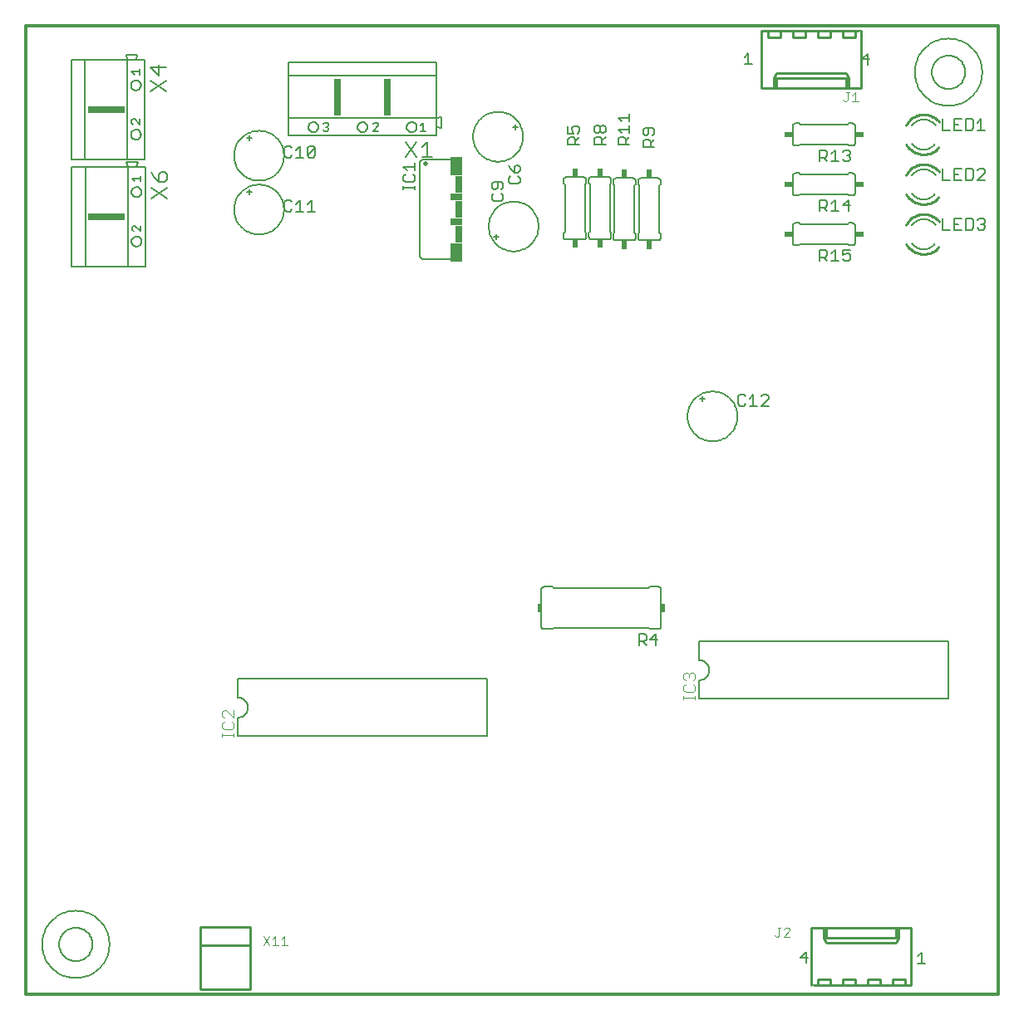
<source format=gto>
G04 This is an RS-274x file exported by *
G04 gerbv version 2.6.0 *
G04 More information is available about gerbv at *
G04 http://gerbv.gpleda.org/ *
G04 --End of header info--*
%MOIN*%
%FSLAX34Y34*%
%IPPOS*%
G04 --Define apertures--*
%ADD10C,0.0120*%
%ADD11C,0.0060*%
%ADD12C,0.0040*%
%ADD13C,0.0050*%
%ADD14R,0.0300X0.1500*%
%ADD15C,0.0070*%
%ADD16C,0.0200*%
%ADD17R,0.0500X0.0750*%
%ADD18R,0.0300X0.0700*%
%ADD19R,0.0500X0.0300*%
%ADD20R,0.0160X0.0320*%
%ADD21R,0.0240X0.0340*%
%ADD22R,0.1500X0.0300*%
%ADD23C,0.0100*%
%ADD24R,0.0340X0.0240*%
G04 --Start main section--*
G54D10*
G01X0001767Y0017570D02*
G01X0001767Y0056440D01*
G01X0001767Y0056440D02*
G01X0040759Y0056440D01*
G01X0040759Y0056440D02*
G01X0040759Y0017570D01*
G01X0040759Y0017570D02*
G01X0001767Y0017570D01*
G54D11*
G01X0003098Y0019570D02*
G01X0003100Y0019621D01*
G01X0003100Y0019621D02*
G01X0003106Y0019672D01*
G01X0003106Y0019672D02*
G01X0003116Y0019722D01*
G01X0003116Y0019722D02*
G01X0003129Y0019772D01*
G01X0003129Y0019772D02*
G01X0003147Y0019820D01*
G01X0003147Y0019820D02*
G01X0003167Y0019867D01*
G01X0003167Y0019867D02*
G01X0003192Y0019912D01*
G01X0003192Y0019912D02*
G01X0003220Y0019955D01*
G01X0003220Y0019955D02*
G01X0003251Y0019996D01*
G01X0003251Y0019996D02*
G01X0003285Y0020034D01*
G01X0003285Y0020034D02*
G01X0003322Y0020069D01*
G01X0003322Y0020069D02*
G01X0003361Y0020102D01*
G01X0003361Y0020102D02*
G01X0003403Y0020132D01*
G01X0003403Y0020132D02*
G01X0003447Y0020158D01*
G01X0003447Y0020158D02*
G01X0003493Y0020180D01*
G01X0003493Y0020180D02*
G01X0003541Y0020200D01*
G01X0003541Y0020200D02*
G01X0003590Y0020215D01*
G01X0003590Y0020215D02*
G01X0003640Y0020227D01*
G01X0003640Y0020227D02*
G01X0003690Y0020235D01*
G01X0003690Y0020235D02*
G01X0003741Y0020239D01*
G01X0003741Y0020239D02*
G01X0003793Y0020239D01*
G01X0003793Y0020239D02*
G01X0003844Y0020235D01*
G01X0003844Y0020235D02*
G01X0003894Y0020227D01*
G01X0003894Y0020227D02*
G01X0003944Y0020215D01*
G01X0003944Y0020215D02*
G01X0003993Y0020200D01*
G01X0003993Y0020200D02*
G01X0004041Y0020180D01*
G01X0004041Y0020180D02*
G01X0004087Y0020158D01*
G01X0004087Y0020158D02*
G01X0004131Y0020132D01*
G01X0004131Y0020132D02*
G01X0004173Y0020102D01*
G01X0004173Y0020102D02*
G01X0004212Y0020069D01*
G01X0004212Y0020069D02*
G01X0004249Y0020034D01*
G01X0004249Y0020034D02*
G01X0004283Y0019996D01*
G01X0004283Y0019996D02*
G01X0004314Y0019955D01*
G01X0004314Y0019955D02*
G01X0004342Y0019912D01*
G01X0004342Y0019912D02*
G01X0004367Y0019867D01*
G01X0004367Y0019867D02*
G01X0004387Y0019820D01*
G01X0004387Y0019820D02*
G01X0004405Y0019772D01*
G01X0004405Y0019772D02*
G01X0004418Y0019722D01*
G01X0004418Y0019722D02*
G01X0004428Y0019672D01*
G01X0004428Y0019672D02*
G01X0004434Y0019621D01*
G01X0004434Y0019621D02*
G01X0004436Y0019570D01*
G01X0004436Y0019570D02*
G01X0004434Y0019519D01*
G01X0004434Y0019519D02*
G01X0004428Y0019468D01*
G01X0004428Y0019468D02*
G01X0004418Y0019418D01*
G01X0004418Y0019418D02*
G01X0004405Y0019368D01*
G01X0004405Y0019368D02*
G01X0004387Y0019320D01*
G01X0004387Y0019320D02*
G01X0004367Y0019273D01*
G01X0004367Y0019273D02*
G01X0004342Y0019228D01*
G01X0004342Y0019228D02*
G01X0004314Y0019185D01*
G01X0004314Y0019185D02*
G01X0004283Y0019144D01*
G01X0004283Y0019144D02*
G01X0004249Y0019106D01*
G01X0004249Y0019106D02*
G01X0004212Y0019071D01*
G01X0004212Y0019071D02*
G01X0004173Y0019038D01*
G01X0004173Y0019038D02*
G01X0004131Y0019008D01*
G01X0004131Y0019008D02*
G01X0004087Y0018982D01*
G01X0004087Y0018982D02*
G01X0004041Y0018960D01*
G01X0004041Y0018960D02*
G01X0003993Y0018940D01*
G01X0003993Y0018940D02*
G01X0003944Y0018925D01*
G01X0003944Y0018925D02*
G01X0003894Y0018913D01*
G01X0003894Y0018913D02*
G01X0003844Y0018905D01*
G01X0003844Y0018905D02*
G01X0003793Y0018901D01*
G01X0003793Y0018901D02*
G01X0003741Y0018901D01*
G01X0003741Y0018901D02*
G01X0003690Y0018905D01*
G01X0003690Y0018905D02*
G01X0003640Y0018913D01*
G01X0003640Y0018913D02*
G01X0003590Y0018925D01*
G01X0003590Y0018925D02*
G01X0003541Y0018940D01*
G01X0003541Y0018940D02*
G01X0003493Y0018960D01*
G01X0003493Y0018960D02*
G01X0003447Y0018982D01*
G01X0003447Y0018982D02*
G01X0003403Y0019008D01*
G01X0003403Y0019008D02*
G01X0003361Y0019038D01*
G01X0003361Y0019038D02*
G01X0003322Y0019071D01*
G01X0003322Y0019071D02*
G01X0003285Y0019106D01*
G01X0003285Y0019106D02*
G01X0003251Y0019144D01*
G01X0003251Y0019144D02*
G01X0003220Y0019185D01*
G01X0003220Y0019185D02*
G01X0003192Y0019228D01*
G01X0003192Y0019228D02*
G01X0003167Y0019273D01*
G01X0003167Y0019273D02*
G01X0003147Y0019320D01*
G01X0003147Y0019320D02*
G01X0003129Y0019368D01*
G01X0003129Y0019368D02*
G01X0003116Y0019418D01*
G01X0003116Y0019418D02*
G01X0003106Y0019468D01*
G01X0003106Y0019468D02*
G01X0003100Y0019519D01*
G01X0003100Y0019519D02*
G01X0003098Y0019570D01*
G01X0002417Y0019570D02*
G01X0002419Y0019643D01*
G01X0002419Y0019643D02*
G01X0002425Y0019716D01*
G01X0002425Y0019716D02*
G01X0002435Y0019788D01*
G01X0002435Y0019788D02*
G01X0002449Y0019860D01*
G01X0002449Y0019860D02*
G01X0002466Y0019931D01*
G01X0002466Y0019931D02*
G01X0002488Y0020001D01*
G01X0002488Y0020001D02*
G01X0002513Y0020070D01*
G01X0002513Y0020070D02*
G01X0002542Y0020137D01*
G01X0002542Y0020137D02*
G01X0002574Y0020202D01*
G01X0002574Y0020202D02*
G01X0002610Y0020266D01*
G01X0002610Y0020266D02*
G01X0002650Y0020328D01*
G01X0002650Y0020328D02*
G01X0002692Y0020387D01*
G01X0002692Y0020387D02*
G01X0002738Y0020444D01*
G01X0002738Y0020444D02*
G01X0002787Y0020498D01*
G01X0002787Y0020498D02*
G01X0002839Y0020550D01*
G01X0002839Y0020550D02*
G01X0002893Y0020599D01*
G01X0002893Y0020599D02*
G01X0002950Y0020645D01*
G01X0002950Y0020645D02*
G01X0003009Y0020687D01*
G01X0003009Y0020687D02*
G01X0003071Y0020727D01*
G01X0003071Y0020727D02*
G01X0003135Y0020763D01*
G01X0003135Y0020763D02*
G01X0003200Y0020795D01*
G01X0003200Y0020795D02*
G01X0003267Y0020824D01*
G01X0003267Y0020824D02*
G01X0003336Y0020849D01*
G01X0003336Y0020849D02*
G01X0003406Y0020871D01*
G01X0003406Y0020871D02*
G01X0003477Y0020888D01*
G01X0003477Y0020888D02*
G01X0003549Y0020902D01*
G01X0003549Y0020902D02*
G01X0003621Y0020912D01*
G01X0003621Y0020912D02*
G01X0003694Y0020918D01*
G01X0003694Y0020918D02*
G01X0003767Y0020920D01*
G01X0003767Y0020920D02*
G01X0003840Y0020918D01*
G01X0003840Y0020918D02*
G01X0003913Y0020912D01*
G01X0003913Y0020912D02*
G01X0003985Y0020902D01*
G01X0003985Y0020902D02*
G01X0004057Y0020888D01*
G01X0004057Y0020888D02*
G01X0004128Y0020871D01*
G01X0004128Y0020871D02*
G01X0004198Y0020849D01*
G01X0004198Y0020849D02*
G01X0004267Y0020824D01*
G01X0004267Y0020824D02*
G01X0004334Y0020795D01*
G01X0004334Y0020795D02*
G01X0004399Y0020763D01*
G01X0004399Y0020763D02*
G01X0004463Y0020727D01*
G01X0004463Y0020727D02*
G01X0004525Y0020687D01*
G01X0004525Y0020687D02*
G01X0004584Y0020645D01*
G01X0004584Y0020645D02*
G01X0004641Y0020599D01*
G01X0004641Y0020599D02*
G01X0004695Y0020550D01*
G01X0004695Y0020550D02*
G01X0004747Y0020498D01*
G01X0004747Y0020498D02*
G01X0004796Y0020444D01*
G01X0004796Y0020444D02*
G01X0004842Y0020387D01*
G01X0004842Y0020387D02*
G01X0004884Y0020328D01*
G01X0004884Y0020328D02*
G01X0004924Y0020266D01*
G01X0004924Y0020266D02*
G01X0004960Y0020202D01*
G01X0004960Y0020202D02*
G01X0004992Y0020137D01*
G01X0004992Y0020137D02*
G01X0005021Y0020070D01*
G01X0005021Y0020070D02*
G01X0005046Y0020001D01*
G01X0005046Y0020001D02*
G01X0005068Y0019931D01*
G01X0005068Y0019931D02*
G01X0005085Y0019860D01*
G01X0005085Y0019860D02*
G01X0005099Y0019788D01*
G01X0005099Y0019788D02*
G01X0005109Y0019716D01*
G01X0005109Y0019716D02*
G01X0005115Y0019643D01*
G01X0005115Y0019643D02*
G01X0005117Y0019570D01*
G01X0005117Y0019570D02*
G01X0005115Y0019497D01*
G01X0005115Y0019497D02*
G01X0005109Y0019424D01*
G01X0005109Y0019424D02*
G01X0005099Y0019352D01*
G01X0005099Y0019352D02*
G01X0005085Y0019280D01*
G01X0005085Y0019280D02*
G01X0005068Y0019209D01*
G01X0005068Y0019209D02*
G01X0005046Y0019139D01*
G01X0005046Y0019139D02*
G01X0005021Y0019070D01*
G01X0005021Y0019070D02*
G01X0004992Y0019003D01*
G01X0004992Y0019003D02*
G01X0004960Y0018938D01*
G01X0004960Y0018938D02*
G01X0004924Y0018874D01*
G01X0004924Y0018874D02*
G01X0004884Y0018812D01*
G01X0004884Y0018812D02*
G01X0004842Y0018753D01*
G01X0004842Y0018753D02*
G01X0004796Y0018696D01*
G01X0004796Y0018696D02*
G01X0004747Y0018642D01*
G01X0004747Y0018642D02*
G01X0004695Y0018590D01*
G01X0004695Y0018590D02*
G01X0004641Y0018541D01*
G01X0004641Y0018541D02*
G01X0004584Y0018495D01*
G01X0004584Y0018495D02*
G01X0004525Y0018453D01*
G01X0004525Y0018453D02*
G01X0004463Y0018413D01*
G01X0004463Y0018413D02*
G01X0004399Y0018377D01*
G01X0004399Y0018377D02*
G01X0004334Y0018345D01*
G01X0004334Y0018345D02*
G01X0004267Y0018316D01*
G01X0004267Y0018316D02*
G01X0004198Y0018291D01*
G01X0004198Y0018291D02*
G01X0004128Y0018269D01*
G01X0004128Y0018269D02*
G01X0004057Y0018252D01*
G01X0004057Y0018252D02*
G01X0003985Y0018238D01*
G01X0003985Y0018238D02*
G01X0003913Y0018228D01*
G01X0003913Y0018228D02*
G01X0003840Y0018222D01*
G01X0003840Y0018222D02*
G01X0003767Y0018220D01*
G01X0003767Y0018220D02*
G01X0003694Y0018222D01*
G01X0003694Y0018222D02*
G01X0003621Y0018228D01*
G01X0003621Y0018228D02*
G01X0003549Y0018238D01*
G01X0003549Y0018238D02*
G01X0003477Y0018252D01*
G01X0003477Y0018252D02*
G01X0003406Y0018269D01*
G01X0003406Y0018269D02*
G01X0003336Y0018291D01*
G01X0003336Y0018291D02*
G01X0003267Y0018316D01*
G01X0003267Y0018316D02*
G01X0003200Y0018345D01*
G01X0003200Y0018345D02*
G01X0003135Y0018377D01*
G01X0003135Y0018377D02*
G01X0003071Y0018413D01*
G01X0003071Y0018413D02*
G01X0003009Y0018453D01*
G01X0003009Y0018453D02*
G01X0002950Y0018495D01*
G01X0002950Y0018495D02*
G01X0002893Y0018541D01*
G01X0002893Y0018541D02*
G01X0002839Y0018590D01*
G01X0002839Y0018590D02*
G01X0002787Y0018642D01*
G01X0002787Y0018642D02*
G01X0002738Y0018696D01*
G01X0002738Y0018696D02*
G01X0002692Y0018753D01*
G01X0002692Y0018753D02*
G01X0002650Y0018812D01*
G01X0002650Y0018812D02*
G01X0002610Y0018874D01*
G01X0002610Y0018874D02*
G01X0002574Y0018938D01*
G01X0002574Y0018938D02*
G01X0002542Y0019003D01*
G01X0002542Y0019003D02*
G01X0002513Y0019070D01*
G01X0002513Y0019070D02*
G01X0002488Y0019139D01*
G01X0002488Y0019139D02*
G01X0002466Y0019209D01*
G01X0002466Y0019209D02*
G01X0002449Y0019280D01*
G01X0002449Y0019280D02*
G01X0002435Y0019352D01*
G01X0002435Y0019352D02*
G01X0002425Y0019424D01*
G01X0002425Y0019424D02*
G01X0002419Y0019497D01*
G01X0002419Y0019497D02*
G01X0002417Y0019570D01*
G01X0010267Y0027920D02*
G01X0010267Y0028670D01*
G01X0010267Y0028670D02*
G01X0010306Y0028672D01*
G01X0010306Y0028672D02*
G01X0010345Y0028678D01*
G01X0010345Y0028678D02*
G01X0010383Y0028687D01*
G01X0010383Y0028687D02*
G01X0010420Y0028700D01*
G01X0010420Y0028700D02*
G01X0010456Y0028717D01*
G01X0010456Y0028717D02*
G01X0010489Y0028737D01*
G01X0010489Y0028737D02*
G01X0010521Y0028761D01*
G01X0010521Y0028761D02*
G01X0010550Y0028787D01*
G01X0010550Y0028787D02*
G01X0010576Y0028816D01*
G01X0010576Y0028816D02*
G01X0010600Y0028848D01*
G01X0010600Y0028848D02*
G01X0010620Y0028881D01*
G01X0010620Y0028881D02*
G01X0010637Y0028917D01*
G01X0010637Y0028917D02*
G01X0010650Y0028954D01*
G01X0010650Y0028954D02*
G01X0010659Y0028992D01*
G01X0010659Y0028992D02*
G01X0010665Y0029031D01*
G01X0010665Y0029031D02*
G01X0010667Y0029070D01*
G01X0010667Y0029070D02*
G01X0010665Y0029109D01*
G01X0010665Y0029109D02*
G01X0010659Y0029148D01*
G01X0010659Y0029148D02*
G01X0010650Y0029186D01*
G01X0010650Y0029186D02*
G01X0010637Y0029223D01*
G01X0010637Y0029223D02*
G01X0010620Y0029259D01*
G01X0010620Y0029259D02*
G01X0010600Y0029292D01*
G01X0010600Y0029292D02*
G01X0010576Y0029324D01*
G01X0010576Y0029324D02*
G01X0010550Y0029353D01*
G01X0010550Y0029353D02*
G01X0010521Y0029379D01*
G01X0010521Y0029379D02*
G01X0010489Y0029403D01*
G01X0010489Y0029403D02*
G01X0010456Y0029423D01*
G01X0010456Y0029423D02*
G01X0010420Y0029440D01*
G01X0010420Y0029440D02*
G01X0010383Y0029453D01*
G01X0010383Y0029453D02*
G01X0010345Y0029462D01*
G01X0010345Y0029462D02*
G01X0010306Y0029468D01*
G01X0010306Y0029468D02*
G01X0010267Y0029470D01*
G01X0010267Y0029470D02*
G01X0010267Y0030220D01*
G01X0010267Y0030220D02*
G01X0020267Y0030220D01*
G01X0020267Y0030220D02*
G01X0020267Y0027920D01*
G01X0020267Y0027920D02*
G01X0010267Y0027920D01*
G01X0022442Y0032320D02*
G01X0022442Y0033820D01*
G01X0022442Y0033820D02*
G01X0022444Y0033837D01*
G01X0022444Y0033837D02*
G01X0022448Y0033854D01*
G01X0022448Y0033854D02*
G01X0022455Y0033870D01*
G01X0022455Y0033870D02*
G01X0022465Y0033884D01*
G01X0022465Y0033884D02*
G01X0022478Y0033897D01*
G01X0022478Y0033897D02*
G01X0022492Y0033907D01*
G01X0022492Y0033907D02*
G01X0022508Y0033914D01*
G01X0022508Y0033914D02*
G01X0022525Y0033918D01*
G01X0022525Y0033918D02*
G01X0022542Y0033920D01*
G01X0022542Y0033920D02*
G01X0022892Y0033920D01*
G01X0022892Y0033920D02*
G01X0022942Y0033870D01*
G01X0022942Y0033870D02*
G01X0026742Y0033870D01*
G01X0026742Y0033870D02*
G01X0026792Y0033920D01*
G01X0026792Y0033920D02*
G01X0027142Y0033920D01*
G01X0027142Y0033920D02*
G01X0027159Y0033918D01*
G01X0027159Y0033918D02*
G01X0027176Y0033914D01*
G01X0027176Y0033914D02*
G01X0027192Y0033907D01*
G01X0027192Y0033907D02*
G01X0027206Y0033897D01*
G01X0027206Y0033897D02*
G01X0027219Y0033884D01*
G01X0027219Y0033884D02*
G01X0027229Y0033870D01*
G01X0027229Y0033870D02*
G01X0027236Y0033854D01*
G01X0027236Y0033854D02*
G01X0027240Y0033837D01*
G01X0027240Y0033837D02*
G01X0027242Y0033820D01*
G01X0027242Y0033820D02*
G01X0027242Y0032320D01*
G01X0027242Y0032320D02*
G01X0027240Y0032303D01*
G01X0027240Y0032303D02*
G01X0027236Y0032286D01*
G01X0027236Y0032286D02*
G01X0027229Y0032270D01*
G01X0027229Y0032270D02*
G01X0027219Y0032256D01*
G01X0027219Y0032256D02*
G01X0027206Y0032243D01*
G01X0027206Y0032243D02*
G01X0027192Y0032233D01*
G01X0027192Y0032233D02*
G01X0027176Y0032226D01*
G01X0027176Y0032226D02*
G01X0027159Y0032222D01*
G01X0027159Y0032222D02*
G01X0027142Y0032220D01*
G01X0027142Y0032220D02*
G01X0026792Y0032220D01*
G01X0026792Y0032220D02*
G01X0026742Y0032270D01*
G01X0026742Y0032270D02*
G01X0022942Y0032270D01*
G01X0022942Y0032270D02*
G01X0022892Y0032220D01*
G01X0022892Y0032220D02*
G01X0022542Y0032220D01*
G01X0022542Y0032220D02*
G01X0022525Y0032222D01*
G01X0022525Y0032222D02*
G01X0022508Y0032226D01*
G01X0022508Y0032226D02*
G01X0022492Y0032233D01*
G01X0022492Y0032233D02*
G01X0022478Y0032243D01*
G01X0022478Y0032243D02*
G01X0022465Y0032256D01*
G01X0022465Y0032256D02*
G01X0022455Y0032270D01*
G01X0022455Y0032270D02*
G01X0022448Y0032286D01*
G01X0022448Y0032286D02*
G01X0022444Y0032303D01*
G01X0022444Y0032303D02*
G01X0022442Y0032320D01*
G01X0028767Y0031720D02*
G01X0028767Y0030970D01*
G01X0028767Y0030970D02*
G01X0028806Y0030968D01*
G01X0028806Y0030968D02*
G01X0028845Y0030962D01*
G01X0028845Y0030962D02*
G01X0028883Y0030953D01*
G01X0028883Y0030953D02*
G01X0028920Y0030940D01*
G01X0028920Y0030940D02*
G01X0028956Y0030923D01*
G01X0028956Y0030923D02*
G01X0028989Y0030903D01*
G01X0028989Y0030903D02*
G01X0029021Y0030879D01*
G01X0029021Y0030879D02*
G01X0029050Y0030853D01*
G01X0029050Y0030853D02*
G01X0029076Y0030824D01*
G01X0029076Y0030824D02*
G01X0029100Y0030792D01*
G01X0029100Y0030792D02*
G01X0029120Y0030759D01*
G01X0029120Y0030759D02*
G01X0029137Y0030723D01*
G01X0029137Y0030723D02*
G01X0029150Y0030686D01*
G01X0029150Y0030686D02*
G01X0029159Y0030648D01*
G01X0029159Y0030648D02*
G01X0029165Y0030609D01*
G01X0029165Y0030609D02*
G01X0029167Y0030570D01*
G01X0029167Y0030570D02*
G01X0029165Y0030531D01*
G01X0029165Y0030531D02*
G01X0029159Y0030492D01*
G01X0029159Y0030492D02*
G01X0029150Y0030454D01*
G01X0029150Y0030454D02*
G01X0029137Y0030417D01*
G01X0029137Y0030417D02*
G01X0029120Y0030381D01*
G01X0029120Y0030381D02*
G01X0029100Y0030348D01*
G01X0029100Y0030348D02*
G01X0029076Y0030316D01*
G01X0029076Y0030316D02*
G01X0029050Y0030287D01*
G01X0029050Y0030287D02*
G01X0029021Y0030261D01*
G01X0029021Y0030261D02*
G01X0028989Y0030237D01*
G01X0028989Y0030237D02*
G01X0028956Y0030217D01*
G01X0028956Y0030217D02*
G01X0028920Y0030200D01*
G01X0028920Y0030200D02*
G01X0028883Y0030187D01*
G01X0028883Y0030187D02*
G01X0028845Y0030178D01*
G01X0028845Y0030178D02*
G01X0028806Y0030172D01*
G01X0028806Y0030172D02*
G01X0028767Y0030170D01*
G01X0028767Y0030170D02*
G01X0028767Y0029420D01*
G01X0028767Y0029420D02*
G01X0038767Y0029420D01*
G01X0038767Y0029420D02*
G01X0038767Y0031720D01*
G01X0038767Y0031720D02*
G01X0028767Y0031720D01*
G01X0028304Y0040757D02*
G01X0028306Y0040820D01*
G01X0028306Y0040820D02*
G01X0028312Y0040882D01*
G01X0028312Y0040882D02*
G01X0028322Y0040944D01*
G01X0028322Y0040944D02*
G01X0028335Y0041006D01*
G01X0028335Y0041006D02*
G01X0028353Y0041066D01*
G01X0028353Y0041066D02*
G01X0028374Y0041125D01*
G01X0028374Y0041125D02*
G01X0028399Y0041183D01*
G01X0028399Y0041183D02*
G01X0028428Y0041239D01*
G01X0028428Y0041239D02*
G01X0028460Y0041293D01*
G01X0028460Y0041293D02*
G01X0028495Y0041345D01*
G01X0028495Y0041345D02*
G01X0028533Y0041394D01*
G01X0028533Y0041394D02*
G01X0028575Y0041442D01*
G01X0028575Y0041442D02*
G01X0028619Y0041486D01*
G01X0028619Y0041486D02*
G01X0028667Y0041528D01*
G01X0028667Y0041528D02*
G01X0028716Y0041566D01*
G01X0028716Y0041566D02*
G01X0028768Y0041601D01*
G01X0028768Y0041601D02*
G01X0028822Y0041633D01*
G01X0028822Y0041633D02*
G01X0028878Y0041662D01*
G01X0028878Y0041662D02*
G01X0028936Y0041687D01*
G01X0028936Y0041687D02*
G01X0028995Y0041708D01*
G01X0028995Y0041708D02*
G01X0029055Y0041726D01*
G01X0029055Y0041726D02*
G01X0029117Y0041739D01*
G01X0029117Y0041739D02*
G01X0029179Y0041749D01*
G01X0029179Y0041749D02*
G01X0029241Y0041755D01*
G01X0029241Y0041755D02*
G01X0029304Y0041757D01*
G01X0029304Y0041757D02*
G01X0029367Y0041755D01*
G01X0029367Y0041755D02*
G01X0029429Y0041749D01*
G01X0029429Y0041749D02*
G01X0029491Y0041739D01*
G01X0029491Y0041739D02*
G01X0029553Y0041726D01*
G01X0029553Y0041726D02*
G01X0029613Y0041708D01*
G01X0029613Y0041708D02*
G01X0029672Y0041687D01*
G01X0029672Y0041687D02*
G01X0029730Y0041662D01*
G01X0029730Y0041662D02*
G01X0029786Y0041633D01*
G01X0029786Y0041633D02*
G01X0029840Y0041601D01*
G01X0029840Y0041601D02*
G01X0029892Y0041566D01*
G01X0029892Y0041566D02*
G01X0029941Y0041528D01*
G01X0029941Y0041528D02*
G01X0029989Y0041486D01*
G01X0029989Y0041486D02*
G01X0030033Y0041442D01*
G01X0030033Y0041442D02*
G01X0030075Y0041394D01*
G01X0030075Y0041394D02*
G01X0030113Y0041345D01*
G01X0030113Y0041345D02*
G01X0030148Y0041293D01*
G01X0030148Y0041293D02*
G01X0030180Y0041239D01*
G01X0030180Y0041239D02*
G01X0030209Y0041183D01*
G01X0030209Y0041183D02*
G01X0030234Y0041125D01*
G01X0030234Y0041125D02*
G01X0030255Y0041066D01*
G01X0030255Y0041066D02*
G01X0030273Y0041006D01*
G01X0030273Y0041006D02*
G01X0030286Y0040944D01*
G01X0030286Y0040944D02*
G01X0030296Y0040882D01*
G01X0030296Y0040882D02*
G01X0030302Y0040820D01*
G01X0030302Y0040820D02*
G01X0030304Y0040757D01*
G01X0030304Y0040757D02*
G01X0030302Y0040694D01*
G01X0030302Y0040694D02*
G01X0030296Y0040632D01*
G01X0030296Y0040632D02*
G01X0030286Y0040570D01*
G01X0030286Y0040570D02*
G01X0030273Y0040508D01*
G01X0030273Y0040508D02*
G01X0030255Y0040448D01*
G01X0030255Y0040448D02*
G01X0030234Y0040389D01*
G01X0030234Y0040389D02*
G01X0030209Y0040331D01*
G01X0030209Y0040331D02*
G01X0030180Y0040275D01*
G01X0030180Y0040275D02*
G01X0030148Y0040221D01*
G01X0030148Y0040221D02*
G01X0030113Y0040169D01*
G01X0030113Y0040169D02*
G01X0030075Y0040120D01*
G01X0030075Y0040120D02*
G01X0030033Y0040072D01*
G01X0030033Y0040072D02*
G01X0029989Y0040028D01*
G01X0029989Y0040028D02*
G01X0029941Y0039986D01*
G01X0029941Y0039986D02*
G01X0029892Y0039948D01*
G01X0029892Y0039948D02*
G01X0029840Y0039913D01*
G01X0029840Y0039913D02*
G01X0029786Y0039881D01*
G01X0029786Y0039881D02*
G01X0029730Y0039852D01*
G01X0029730Y0039852D02*
G01X0029672Y0039827D01*
G01X0029672Y0039827D02*
G01X0029613Y0039806D01*
G01X0029613Y0039806D02*
G01X0029553Y0039788D01*
G01X0029553Y0039788D02*
G01X0029491Y0039775D01*
G01X0029491Y0039775D02*
G01X0029429Y0039765D01*
G01X0029429Y0039765D02*
G01X0029367Y0039759D01*
G01X0029367Y0039759D02*
G01X0029304Y0039757D01*
G01X0029304Y0039757D02*
G01X0029241Y0039759D01*
G01X0029241Y0039759D02*
G01X0029179Y0039765D01*
G01X0029179Y0039765D02*
G01X0029117Y0039775D01*
G01X0029117Y0039775D02*
G01X0029055Y0039788D01*
G01X0029055Y0039788D02*
G01X0028995Y0039806D01*
G01X0028995Y0039806D02*
G01X0028936Y0039827D01*
G01X0028936Y0039827D02*
G01X0028878Y0039852D01*
G01X0028878Y0039852D02*
G01X0028822Y0039881D01*
G01X0028822Y0039881D02*
G01X0028768Y0039913D01*
G01X0028768Y0039913D02*
G01X0028716Y0039948D01*
G01X0028716Y0039948D02*
G01X0028667Y0039986D01*
G01X0028667Y0039986D02*
G01X0028619Y0040028D01*
G01X0028619Y0040028D02*
G01X0028575Y0040072D01*
G01X0028575Y0040072D02*
G01X0028533Y0040120D01*
G01X0028533Y0040120D02*
G01X0028495Y0040169D01*
G01X0028495Y0040169D02*
G01X0028460Y0040221D01*
G01X0028460Y0040221D02*
G01X0028428Y0040275D01*
G01X0028428Y0040275D02*
G01X0028399Y0040331D01*
G01X0028399Y0040331D02*
G01X0028374Y0040389D01*
G01X0028374Y0040389D02*
G01X0028353Y0040448D01*
G01X0028353Y0040448D02*
G01X0028335Y0040508D01*
G01X0028335Y0040508D02*
G01X0028322Y0040570D01*
G01X0028322Y0040570D02*
G01X0028312Y0040632D01*
G01X0028312Y0040632D02*
G01X0028306Y0040694D01*
G01X0028306Y0040694D02*
G01X0028304Y0040757D01*
G01X0028904Y0041357D02*
G01X0028904Y0041557D01*
G01X0028804Y0041457D02*
G01X0029004Y0041457D01*
G01X0032617Y0047620D02*
G01X0032767Y0047620D01*
G01X0032767Y0047620D02*
G01X0032817Y0047670D01*
G01X0032817Y0047670D02*
G01X0034717Y0047670D01*
G01X0034717Y0047670D02*
G01X0034767Y0047620D01*
G01X0034767Y0047620D02*
G01X0034917Y0047620D01*
G01X0034917Y0047620D02*
G01X0034934Y0047622D01*
G01X0034934Y0047622D02*
G01X0034951Y0047626D01*
G01X0034951Y0047626D02*
G01X0034967Y0047633D01*
G01X0034967Y0047633D02*
G01X0034981Y0047643D01*
G01X0034981Y0047643D02*
G01X0034994Y0047656D01*
G01X0034994Y0047656D02*
G01X0035004Y0047670D01*
G01X0035004Y0047670D02*
G01X0035011Y0047686D01*
G01X0035011Y0047686D02*
G01X0035015Y0047703D01*
G01X0035015Y0047703D02*
G01X0035017Y0047720D01*
G01X0035017Y0047720D02*
G01X0035017Y0048420D01*
G01X0035017Y0048420D02*
G01X0035015Y0048437D01*
G01X0035015Y0048437D02*
G01X0035011Y0048454D01*
G01X0035011Y0048454D02*
G01X0035004Y0048470D01*
G01X0035004Y0048470D02*
G01X0034994Y0048484D01*
G01X0034994Y0048484D02*
G01X0034981Y0048497D01*
G01X0034981Y0048497D02*
G01X0034967Y0048507D01*
G01X0034967Y0048507D02*
G01X0034951Y0048514D01*
G01X0034951Y0048514D02*
G01X0034934Y0048518D01*
G01X0034934Y0048518D02*
G01X0034917Y0048520D01*
G01X0034917Y0048520D02*
G01X0034767Y0048520D01*
G01X0034767Y0048520D02*
G01X0034717Y0048470D01*
G01X0034717Y0048470D02*
G01X0032817Y0048470D01*
G01X0032817Y0048470D02*
G01X0032767Y0048520D01*
G01X0032767Y0048520D02*
G01X0032617Y0048520D01*
G01X0032617Y0048520D02*
G01X0032600Y0048518D01*
G01X0032600Y0048518D02*
G01X0032583Y0048514D01*
G01X0032583Y0048514D02*
G01X0032567Y0048507D01*
G01X0032567Y0048507D02*
G01X0032553Y0048497D01*
G01X0032553Y0048497D02*
G01X0032540Y0048484D01*
G01X0032540Y0048484D02*
G01X0032530Y0048470D01*
G01X0032530Y0048470D02*
G01X0032523Y0048454D01*
G01X0032523Y0048454D02*
G01X0032519Y0048437D01*
G01X0032519Y0048437D02*
G01X0032517Y0048420D01*
G01X0032517Y0048420D02*
G01X0032517Y0047720D01*
G01X0032517Y0047720D02*
G01X0032519Y0047703D01*
G01X0032519Y0047703D02*
G01X0032523Y0047686D01*
G01X0032523Y0047686D02*
G01X0032530Y0047670D01*
G01X0032530Y0047670D02*
G01X0032540Y0047656D01*
G01X0032540Y0047656D02*
G01X0032553Y0047643D01*
G01X0032553Y0047643D02*
G01X0032567Y0047633D01*
G01X0032567Y0047633D02*
G01X0032583Y0047626D01*
G01X0032583Y0047626D02*
G01X0032600Y0047622D01*
G01X0032600Y0047622D02*
G01X0032617Y0047620D01*
G01X0032617Y0049620D02*
G01X0032767Y0049620D01*
G01X0032767Y0049620D02*
G01X0032817Y0049670D01*
G01X0032817Y0049670D02*
G01X0034717Y0049670D01*
G01X0034717Y0049670D02*
G01X0034767Y0049620D01*
G01X0034767Y0049620D02*
G01X0034917Y0049620D01*
G01X0034917Y0049620D02*
G01X0034934Y0049622D01*
G01X0034934Y0049622D02*
G01X0034951Y0049626D01*
G01X0034951Y0049626D02*
G01X0034967Y0049633D01*
G01X0034967Y0049633D02*
G01X0034981Y0049643D01*
G01X0034981Y0049643D02*
G01X0034994Y0049656D01*
G01X0034994Y0049656D02*
G01X0035004Y0049670D01*
G01X0035004Y0049670D02*
G01X0035011Y0049686D01*
G01X0035011Y0049686D02*
G01X0035015Y0049703D01*
G01X0035015Y0049703D02*
G01X0035017Y0049720D01*
G01X0035017Y0049720D02*
G01X0035017Y0050420D01*
G01X0035017Y0050420D02*
G01X0035015Y0050437D01*
G01X0035015Y0050437D02*
G01X0035011Y0050454D01*
G01X0035011Y0050454D02*
G01X0035004Y0050470D01*
G01X0035004Y0050470D02*
G01X0034994Y0050484D01*
G01X0034994Y0050484D02*
G01X0034981Y0050497D01*
G01X0034981Y0050497D02*
G01X0034967Y0050507D01*
G01X0034967Y0050507D02*
G01X0034951Y0050514D01*
G01X0034951Y0050514D02*
G01X0034934Y0050518D01*
G01X0034934Y0050518D02*
G01X0034917Y0050520D01*
G01X0034917Y0050520D02*
G01X0034767Y0050520D01*
G01X0034767Y0050520D02*
G01X0034717Y0050470D01*
G01X0034717Y0050470D02*
G01X0032817Y0050470D01*
G01X0032817Y0050470D02*
G01X0032767Y0050520D01*
G01X0032767Y0050520D02*
G01X0032617Y0050520D01*
G01X0032617Y0050520D02*
G01X0032600Y0050518D01*
G01X0032600Y0050518D02*
G01X0032583Y0050514D01*
G01X0032583Y0050514D02*
G01X0032567Y0050507D01*
G01X0032567Y0050507D02*
G01X0032553Y0050497D01*
G01X0032553Y0050497D02*
G01X0032540Y0050484D01*
G01X0032540Y0050484D02*
G01X0032530Y0050470D01*
G01X0032530Y0050470D02*
G01X0032523Y0050454D01*
G01X0032523Y0050454D02*
G01X0032519Y0050437D01*
G01X0032519Y0050437D02*
G01X0032517Y0050420D01*
G01X0032517Y0050420D02*
G01X0032517Y0049720D01*
G01X0032517Y0049720D02*
G01X0032519Y0049703D01*
G01X0032519Y0049703D02*
G01X0032523Y0049686D01*
G01X0032523Y0049686D02*
G01X0032530Y0049670D01*
G01X0032530Y0049670D02*
G01X0032540Y0049656D01*
G01X0032540Y0049656D02*
G01X0032553Y0049643D01*
G01X0032553Y0049643D02*
G01X0032567Y0049633D01*
G01X0032567Y0049633D02*
G01X0032583Y0049626D01*
G01X0032583Y0049626D02*
G01X0032600Y0049622D01*
G01X0032600Y0049622D02*
G01X0032617Y0049620D01*
G01X0032617Y0051620D02*
G01X0032767Y0051620D01*
G01X0032767Y0051620D02*
G01X0032817Y0051670D01*
G01X0032817Y0051670D02*
G01X0034717Y0051670D01*
G01X0034717Y0051670D02*
G01X0034767Y0051620D01*
G01X0034767Y0051620D02*
G01X0034917Y0051620D01*
G01X0034917Y0051620D02*
G01X0034934Y0051622D01*
G01X0034934Y0051622D02*
G01X0034951Y0051626D01*
G01X0034951Y0051626D02*
G01X0034967Y0051633D01*
G01X0034967Y0051633D02*
G01X0034981Y0051643D01*
G01X0034981Y0051643D02*
G01X0034994Y0051656D01*
G01X0034994Y0051656D02*
G01X0035004Y0051670D01*
G01X0035004Y0051670D02*
G01X0035011Y0051686D01*
G01X0035011Y0051686D02*
G01X0035015Y0051703D01*
G01X0035015Y0051703D02*
G01X0035017Y0051720D01*
G01X0035017Y0051720D02*
G01X0035017Y0052420D01*
G01X0035017Y0052420D02*
G01X0035015Y0052437D01*
G01X0035015Y0052437D02*
G01X0035011Y0052454D01*
G01X0035011Y0052454D02*
G01X0035004Y0052470D01*
G01X0035004Y0052470D02*
G01X0034994Y0052484D01*
G01X0034994Y0052484D02*
G01X0034981Y0052497D01*
G01X0034981Y0052497D02*
G01X0034967Y0052507D01*
G01X0034967Y0052507D02*
G01X0034951Y0052514D01*
G01X0034951Y0052514D02*
G01X0034934Y0052518D01*
G01X0034934Y0052518D02*
G01X0034917Y0052520D01*
G01X0034917Y0052520D02*
G01X0034767Y0052520D01*
G01X0034767Y0052520D02*
G01X0034717Y0052470D01*
G01X0034717Y0052470D02*
G01X0032817Y0052470D01*
G01X0032817Y0052470D02*
G01X0032767Y0052520D01*
G01X0032767Y0052520D02*
G01X0032617Y0052520D01*
G01X0032617Y0052520D02*
G01X0032600Y0052518D01*
G01X0032600Y0052518D02*
G01X0032583Y0052514D01*
G01X0032583Y0052514D02*
G01X0032567Y0052507D01*
G01X0032567Y0052507D02*
G01X0032553Y0052497D01*
G01X0032553Y0052497D02*
G01X0032540Y0052484D01*
G01X0032540Y0052484D02*
G01X0032530Y0052470D01*
G01X0032530Y0052470D02*
G01X0032523Y0052454D01*
G01X0032523Y0052454D02*
G01X0032519Y0052437D01*
G01X0032519Y0052437D02*
G01X0032517Y0052420D01*
G01X0032517Y0052420D02*
G01X0032517Y0051720D01*
G01X0032517Y0051720D02*
G01X0032519Y0051703D01*
G01X0032519Y0051703D02*
G01X0032523Y0051686D01*
G01X0032523Y0051686D02*
G01X0032530Y0051670D01*
G01X0032530Y0051670D02*
G01X0032540Y0051656D01*
G01X0032540Y0051656D02*
G01X0032553Y0051643D01*
G01X0032553Y0051643D02*
G01X0032567Y0051633D01*
G01X0032567Y0051633D02*
G01X0032583Y0051626D01*
G01X0032583Y0051626D02*
G01X0032600Y0051622D01*
G01X0032600Y0051622D02*
G01X0032617Y0051620D01*
G01X0037767Y0052670D02*
G01X0037814Y0052668D01*
G01X0037814Y0052668D02*
G01X0037862Y0052662D01*
G01X0037862Y0052662D02*
G01X0037908Y0052653D01*
G01X0037908Y0052653D02*
G01X0037954Y0052640D01*
G01X0037954Y0052640D02*
G01X0037998Y0052624D01*
G01X0037998Y0052624D02*
G01X0038042Y0052603D01*
G01X0038042Y0052603D02*
G01X0038083Y0052580D01*
G01X0038083Y0052580D02*
G01X0038122Y0052554D01*
G01X0038122Y0052554D02*
G01X0038159Y0052524D01*
G01X0038159Y0052524D02*
G01X0038194Y0052491D01*
G01X0038194Y0052491D02*
G01X0038226Y0052456D01*
G01X0038226Y0052456D02*
G01X0038255Y0052419D01*
G01X0037767Y0051470D02*
G01X0037722Y0051472D01*
G01X0037722Y0051472D02*
G01X0037676Y0051477D01*
G01X0037676Y0051477D02*
G01X0037632Y0051485D01*
G01X0037632Y0051485D02*
G01X0037588Y0051497D01*
G01X0037588Y0051497D02*
G01X0037545Y0051513D01*
G01X0037545Y0051513D02*
G01X0037503Y0051531D01*
G01X0037503Y0051531D02*
G01X0037463Y0051553D01*
G01X0037463Y0051553D02*
G01X0037425Y0051577D01*
G01X0037425Y0051577D02*
G01X0037389Y0051604D01*
G01X0037389Y0051604D02*
G01X0037354Y0051634D01*
G01X0037354Y0051634D02*
G01X0037323Y0051667D01*
G01X0037323Y0051667D02*
G01X0037293Y0051702D01*
G01X0037767Y0051470D02*
G01X0037812Y0051472D01*
G01X0037812Y0051472D02*
G01X0037858Y0051477D01*
G01X0037858Y0051477D02*
G01X0037902Y0051485D01*
G01X0037902Y0051485D02*
G01X0037946Y0051497D01*
G01X0037946Y0051497D02*
G01X0037989Y0051513D01*
G01X0037989Y0051513D02*
G01X0038031Y0051531D01*
G01X0038031Y0051531D02*
G01X0038071Y0051553D01*
G01X0038071Y0051553D02*
G01X0038109Y0051577D01*
G01X0038109Y0051577D02*
G01X0038145Y0051604D01*
G01X0038145Y0051604D02*
G01X0038180Y0051634D01*
G01X0038180Y0051634D02*
G01X0038211Y0051667D01*
G01X0038211Y0051667D02*
G01X0038241Y0051702D01*
G01X0037767Y0052670D02*
G01X0037721Y0052668D01*
G01X0037721Y0052668D02*
G01X0037675Y0052663D01*
G01X0037675Y0052663D02*
G01X0037629Y0052654D01*
G01X0037629Y0052654D02*
G01X0037584Y0052642D01*
G01X0037584Y0052642D02*
G01X0037541Y0052626D01*
G01X0037541Y0052626D02*
G01X0037499Y0052607D01*
G01X0037499Y0052607D02*
G01X0037458Y0052584D01*
G01X0037458Y0052584D02*
G01X0037419Y0052559D01*
G01X0037419Y0052559D02*
G01X0037383Y0052531D01*
G01X0037383Y0052531D02*
G01X0037348Y0052500D01*
G01X0037348Y0052500D02*
G01X0037316Y0052466D01*
G01X0037316Y0052466D02*
G01X0037287Y0052430D01*
G01X0038241Y0049702D02*
G01X0038211Y0049667D01*
G01X0038211Y0049667D02*
G01X0038180Y0049634D01*
G01X0038180Y0049634D02*
G01X0038145Y0049604D01*
G01X0038145Y0049604D02*
G01X0038109Y0049577D01*
G01X0038109Y0049577D02*
G01X0038071Y0049553D01*
G01X0038071Y0049553D02*
G01X0038031Y0049531D01*
G01X0038031Y0049531D02*
G01X0037989Y0049513D01*
G01X0037989Y0049513D02*
G01X0037946Y0049497D01*
G01X0037946Y0049497D02*
G01X0037902Y0049485D01*
G01X0037902Y0049485D02*
G01X0037858Y0049477D01*
G01X0037858Y0049477D02*
G01X0037812Y0049472D01*
G01X0037812Y0049472D02*
G01X0037767Y0049470D01*
G01X0037287Y0050430D02*
G01X0037316Y0050466D01*
G01X0037316Y0050466D02*
G01X0037348Y0050500D01*
G01X0037348Y0050500D02*
G01X0037383Y0050531D01*
G01X0037383Y0050531D02*
G01X0037419Y0050559D01*
G01X0037419Y0050559D02*
G01X0037458Y0050584D01*
G01X0037458Y0050584D02*
G01X0037499Y0050607D01*
G01X0037499Y0050607D02*
G01X0037541Y0050626D01*
G01X0037541Y0050626D02*
G01X0037584Y0050642D01*
G01X0037584Y0050642D02*
G01X0037629Y0050654D01*
G01X0037629Y0050654D02*
G01X0037675Y0050663D01*
G01X0037675Y0050663D02*
G01X0037721Y0050668D01*
G01X0037721Y0050668D02*
G01X0037767Y0050670D01*
G01X0037293Y0049702D02*
G01X0037323Y0049667D01*
G01X0037323Y0049667D02*
G01X0037354Y0049634D01*
G01X0037354Y0049634D02*
G01X0037389Y0049604D01*
G01X0037389Y0049604D02*
G01X0037425Y0049577D01*
G01X0037425Y0049577D02*
G01X0037463Y0049553D01*
G01X0037463Y0049553D02*
G01X0037503Y0049531D01*
G01X0037503Y0049531D02*
G01X0037545Y0049513D01*
G01X0037545Y0049513D02*
G01X0037588Y0049497D01*
G01X0037588Y0049497D02*
G01X0037632Y0049485D01*
G01X0037632Y0049485D02*
G01X0037676Y0049477D01*
G01X0037676Y0049477D02*
G01X0037722Y0049472D01*
G01X0037722Y0049472D02*
G01X0037767Y0049470D01*
G01X0038255Y0050419D02*
G01X0038226Y0050456D01*
G01X0038226Y0050456D02*
G01X0038194Y0050491D01*
G01X0038194Y0050491D02*
G01X0038159Y0050524D01*
G01X0038159Y0050524D02*
G01X0038122Y0050554D01*
G01X0038122Y0050554D02*
G01X0038083Y0050580D01*
G01X0038083Y0050580D02*
G01X0038042Y0050603D01*
G01X0038042Y0050603D02*
G01X0037998Y0050624D01*
G01X0037998Y0050624D02*
G01X0037954Y0050640D01*
G01X0037954Y0050640D02*
G01X0037908Y0050653D01*
G01X0037908Y0050653D02*
G01X0037862Y0050662D01*
G01X0037862Y0050662D02*
G01X0037814Y0050668D01*
G01X0037814Y0050668D02*
G01X0037767Y0050670D01*
G01X0037293Y0047702D02*
G01X0037323Y0047667D01*
G01X0037323Y0047667D02*
G01X0037354Y0047634D01*
G01X0037354Y0047634D02*
G01X0037389Y0047604D01*
G01X0037389Y0047604D02*
G01X0037425Y0047577D01*
G01X0037425Y0047577D02*
G01X0037463Y0047553D01*
G01X0037463Y0047553D02*
G01X0037503Y0047531D01*
G01X0037503Y0047531D02*
G01X0037545Y0047513D01*
G01X0037545Y0047513D02*
G01X0037588Y0047497D01*
G01X0037588Y0047497D02*
G01X0037632Y0047485D01*
G01X0037632Y0047485D02*
G01X0037676Y0047477D01*
G01X0037676Y0047477D02*
G01X0037722Y0047472D01*
G01X0037722Y0047472D02*
G01X0037767Y0047470D01*
G01X0037287Y0048430D02*
G01X0037316Y0048466D01*
G01X0037316Y0048466D02*
G01X0037348Y0048500D01*
G01X0037348Y0048500D02*
G01X0037383Y0048531D01*
G01X0037383Y0048531D02*
G01X0037419Y0048559D01*
G01X0037419Y0048559D02*
G01X0037458Y0048584D01*
G01X0037458Y0048584D02*
G01X0037499Y0048607D01*
G01X0037499Y0048607D02*
G01X0037541Y0048626D01*
G01X0037541Y0048626D02*
G01X0037584Y0048642D01*
G01X0037584Y0048642D02*
G01X0037629Y0048654D01*
G01X0037629Y0048654D02*
G01X0037675Y0048663D01*
G01X0037675Y0048663D02*
G01X0037721Y0048668D01*
G01X0037721Y0048668D02*
G01X0037767Y0048670D01*
G01X0038241Y0047702D02*
G01X0038211Y0047667D01*
G01X0038211Y0047667D02*
G01X0038180Y0047634D01*
G01X0038180Y0047634D02*
G01X0038145Y0047604D01*
G01X0038145Y0047604D02*
G01X0038109Y0047577D01*
G01X0038109Y0047577D02*
G01X0038071Y0047553D01*
G01X0038071Y0047553D02*
G01X0038031Y0047531D01*
G01X0038031Y0047531D02*
G01X0037989Y0047513D01*
G01X0037989Y0047513D02*
G01X0037946Y0047497D01*
G01X0037946Y0047497D02*
G01X0037902Y0047485D01*
G01X0037902Y0047485D02*
G01X0037858Y0047477D01*
G01X0037858Y0047477D02*
G01X0037812Y0047472D01*
G01X0037812Y0047472D02*
G01X0037767Y0047470D01*
G01X0038255Y0048419D02*
G01X0038226Y0048456D01*
G01X0038226Y0048456D02*
G01X0038194Y0048491D01*
G01X0038194Y0048491D02*
G01X0038159Y0048524D01*
G01X0038159Y0048524D02*
G01X0038122Y0048554D01*
G01X0038122Y0048554D02*
G01X0038083Y0048580D01*
G01X0038083Y0048580D02*
G01X0038042Y0048603D01*
G01X0038042Y0048603D02*
G01X0037998Y0048624D01*
G01X0037998Y0048624D02*
G01X0037954Y0048640D01*
G01X0037954Y0048640D02*
G01X0037908Y0048653D01*
G01X0037908Y0048653D02*
G01X0037862Y0048662D01*
G01X0037862Y0048662D02*
G01X0037814Y0048668D01*
G01X0037814Y0048668D02*
G01X0037767Y0048670D01*
G01X0038098Y0054570D02*
G01X0038100Y0054621D01*
G01X0038100Y0054621D02*
G01X0038106Y0054672D01*
G01X0038106Y0054672D02*
G01X0038116Y0054722D01*
G01X0038116Y0054722D02*
G01X0038129Y0054772D01*
G01X0038129Y0054772D02*
G01X0038147Y0054820D01*
G01X0038147Y0054820D02*
G01X0038167Y0054867D01*
G01X0038167Y0054867D02*
G01X0038192Y0054912D01*
G01X0038192Y0054912D02*
G01X0038220Y0054955D01*
G01X0038220Y0054955D02*
G01X0038251Y0054996D01*
G01X0038251Y0054996D02*
G01X0038285Y0055034D01*
G01X0038285Y0055034D02*
G01X0038322Y0055069D01*
G01X0038322Y0055069D02*
G01X0038361Y0055102D01*
G01X0038361Y0055102D02*
G01X0038403Y0055132D01*
G01X0038403Y0055132D02*
G01X0038447Y0055158D01*
G01X0038447Y0055158D02*
G01X0038493Y0055180D01*
G01X0038493Y0055180D02*
G01X0038541Y0055200D01*
G01X0038541Y0055200D02*
G01X0038590Y0055215D01*
G01X0038590Y0055215D02*
G01X0038640Y0055227D01*
G01X0038640Y0055227D02*
G01X0038690Y0055235D01*
G01X0038690Y0055235D02*
G01X0038741Y0055239D01*
G01X0038741Y0055239D02*
G01X0038793Y0055239D01*
G01X0038793Y0055239D02*
G01X0038844Y0055235D01*
G01X0038844Y0055235D02*
G01X0038894Y0055227D01*
G01X0038894Y0055227D02*
G01X0038944Y0055215D01*
G01X0038944Y0055215D02*
G01X0038993Y0055200D01*
G01X0038993Y0055200D02*
G01X0039041Y0055180D01*
G01X0039041Y0055180D02*
G01X0039087Y0055158D01*
G01X0039087Y0055158D02*
G01X0039131Y0055132D01*
G01X0039131Y0055132D02*
G01X0039173Y0055102D01*
G01X0039173Y0055102D02*
G01X0039212Y0055069D01*
G01X0039212Y0055069D02*
G01X0039249Y0055034D01*
G01X0039249Y0055034D02*
G01X0039283Y0054996D01*
G01X0039283Y0054996D02*
G01X0039314Y0054955D01*
G01X0039314Y0054955D02*
G01X0039342Y0054912D01*
G01X0039342Y0054912D02*
G01X0039367Y0054867D01*
G01X0039367Y0054867D02*
G01X0039387Y0054820D01*
G01X0039387Y0054820D02*
G01X0039405Y0054772D01*
G01X0039405Y0054772D02*
G01X0039418Y0054722D01*
G01X0039418Y0054722D02*
G01X0039428Y0054672D01*
G01X0039428Y0054672D02*
G01X0039434Y0054621D01*
G01X0039434Y0054621D02*
G01X0039436Y0054570D01*
G01X0039436Y0054570D02*
G01X0039434Y0054519D01*
G01X0039434Y0054519D02*
G01X0039428Y0054468D01*
G01X0039428Y0054468D02*
G01X0039418Y0054418D01*
G01X0039418Y0054418D02*
G01X0039405Y0054368D01*
G01X0039405Y0054368D02*
G01X0039387Y0054320D01*
G01X0039387Y0054320D02*
G01X0039367Y0054273D01*
G01X0039367Y0054273D02*
G01X0039342Y0054228D01*
G01X0039342Y0054228D02*
G01X0039314Y0054185D01*
G01X0039314Y0054185D02*
G01X0039283Y0054144D01*
G01X0039283Y0054144D02*
G01X0039249Y0054106D01*
G01X0039249Y0054106D02*
G01X0039212Y0054071D01*
G01X0039212Y0054071D02*
G01X0039173Y0054038D01*
G01X0039173Y0054038D02*
G01X0039131Y0054008D01*
G01X0039131Y0054008D02*
G01X0039087Y0053982D01*
G01X0039087Y0053982D02*
G01X0039041Y0053960D01*
G01X0039041Y0053960D02*
G01X0038993Y0053940D01*
G01X0038993Y0053940D02*
G01X0038944Y0053925D01*
G01X0038944Y0053925D02*
G01X0038894Y0053913D01*
G01X0038894Y0053913D02*
G01X0038844Y0053905D01*
G01X0038844Y0053905D02*
G01X0038793Y0053901D01*
G01X0038793Y0053901D02*
G01X0038741Y0053901D01*
G01X0038741Y0053901D02*
G01X0038690Y0053905D01*
G01X0038690Y0053905D02*
G01X0038640Y0053913D01*
G01X0038640Y0053913D02*
G01X0038590Y0053925D01*
G01X0038590Y0053925D02*
G01X0038541Y0053940D01*
G01X0038541Y0053940D02*
G01X0038493Y0053960D01*
G01X0038493Y0053960D02*
G01X0038447Y0053982D01*
G01X0038447Y0053982D02*
G01X0038403Y0054008D01*
G01X0038403Y0054008D02*
G01X0038361Y0054038D01*
G01X0038361Y0054038D02*
G01X0038322Y0054071D01*
G01X0038322Y0054071D02*
G01X0038285Y0054106D01*
G01X0038285Y0054106D02*
G01X0038251Y0054144D01*
G01X0038251Y0054144D02*
G01X0038220Y0054185D01*
G01X0038220Y0054185D02*
G01X0038192Y0054228D01*
G01X0038192Y0054228D02*
G01X0038167Y0054273D01*
G01X0038167Y0054273D02*
G01X0038147Y0054320D01*
G01X0038147Y0054320D02*
G01X0038129Y0054368D01*
G01X0038129Y0054368D02*
G01X0038116Y0054418D01*
G01X0038116Y0054418D02*
G01X0038106Y0054468D01*
G01X0038106Y0054468D02*
G01X0038100Y0054519D01*
G01X0038100Y0054519D02*
G01X0038098Y0054570D01*
G01X0037417Y0054570D02*
G01X0037419Y0054643D01*
G01X0037419Y0054643D02*
G01X0037425Y0054716D01*
G01X0037425Y0054716D02*
G01X0037435Y0054788D01*
G01X0037435Y0054788D02*
G01X0037449Y0054860D01*
G01X0037449Y0054860D02*
G01X0037466Y0054931D01*
G01X0037466Y0054931D02*
G01X0037488Y0055001D01*
G01X0037488Y0055001D02*
G01X0037513Y0055070D01*
G01X0037513Y0055070D02*
G01X0037542Y0055137D01*
G01X0037542Y0055137D02*
G01X0037574Y0055202D01*
G01X0037574Y0055202D02*
G01X0037610Y0055266D01*
G01X0037610Y0055266D02*
G01X0037650Y0055328D01*
G01X0037650Y0055328D02*
G01X0037692Y0055387D01*
G01X0037692Y0055387D02*
G01X0037738Y0055444D01*
G01X0037738Y0055444D02*
G01X0037787Y0055498D01*
G01X0037787Y0055498D02*
G01X0037839Y0055550D01*
G01X0037839Y0055550D02*
G01X0037893Y0055599D01*
G01X0037893Y0055599D02*
G01X0037950Y0055645D01*
G01X0037950Y0055645D02*
G01X0038009Y0055687D01*
G01X0038009Y0055687D02*
G01X0038071Y0055727D01*
G01X0038071Y0055727D02*
G01X0038135Y0055763D01*
G01X0038135Y0055763D02*
G01X0038200Y0055795D01*
G01X0038200Y0055795D02*
G01X0038267Y0055824D01*
G01X0038267Y0055824D02*
G01X0038336Y0055849D01*
G01X0038336Y0055849D02*
G01X0038406Y0055871D01*
G01X0038406Y0055871D02*
G01X0038477Y0055888D01*
G01X0038477Y0055888D02*
G01X0038549Y0055902D01*
G01X0038549Y0055902D02*
G01X0038621Y0055912D01*
G01X0038621Y0055912D02*
G01X0038694Y0055918D01*
G01X0038694Y0055918D02*
G01X0038767Y0055920D01*
G01X0038767Y0055920D02*
G01X0038840Y0055918D01*
G01X0038840Y0055918D02*
G01X0038913Y0055912D01*
G01X0038913Y0055912D02*
G01X0038985Y0055902D01*
G01X0038985Y0055902D02*
G01X0039057Y0055888D01*
G01X0039057Y0055888D02*
G01X0039128Y0055871D01*
G01X0039128Y0055871D02*
G01X0039198Y0055849D01*
G01X0039198Y0055849D02*
G01X0039267Y0055824D01*
G01X0039267Y0055824D02*
G01X0039334Y0055795D01*
G01X0039334Y0055795D02*
G01X0039399Y0055763D01*
G01X0039399Y0055763D02*
G01X0039463Y0055727D01*
G01X0039463Y0055727D02*
G01X0039525Y0055687D01*
G01X0039525Y0055687D02*
G01X0039584Y0055645D01*
G01X0039584Y0055645D02*
G01X0039641Y0055599D01*
G01X0039641Y0055599D02*
G01X0039695Y0055550D01*
G01X0039695Y0055550D02*
G01X0039747Y0055498D01*
G01X0039747Y0055498D02*
G01X0039796Y0055444D01*
G01X0039796Y0055444D02*
G01X0039842Y0055387D01*
G01X0039842Y0055387D02*
G01X0039884Y0055328D01*
G01X0039884Y0055328D02*
G01X0039924Y0055266D01*
G01X0039924Y0055266D02*
G01X0039960Y0055202D01*
G01X0039960Y0055202D02*
G01X0039992Y0055137D01*
G01X0039992Y0055137D02*
G01X0040021Y0055070D01*
G01X0040021Y0055070D02*
G01X0040046Y0055001D01*
G01X0040046Y0055001D02*
G01X0040068Y0054931D01*
G01X0040068Y0054931D02*
G01X0040085Y0054860D01*
G01X0040085Y0054860D02*
G01X0040099Y0054788D01*
G01X0040099Y0054788D02*
G01X0040109Y0054716D01*
G01X0040109Y0054716D02*
G01X0040115Y0054643D01*
G01X0040115Y0054643D02*
G01X0040117Y0054570D01*
G01X0040117Y0054570D02*
G01X0040115Y0054497D01*
G01X0040115Y0054497D02*
G01X0040109Y0054424D01*
G01X0040109Y0054424D02*
G01X0040099Y0054352D01*
G01X0040099Y0054352D02*
G01X0040085Y0054280D01*
G01X0040085Y0054280D02*
G01X0040068Y0054209D01*
G01X0040068Y0054209D02*
G01X0040046Y0054139D01*
G01X0040046Y0054139D02*
G01X0040021Y0054070D01*
G01X0040021Y0054070D02*
G01X0039992Y0054003D01*
G01X0039992Y0054003D02*
G01X0039960Y0053938D01*
G01X0039960Y0053938D02*
G01X0039924Y0053874D01*
G01X0039924Y0053874D02*
G01X0039884Y0053812D01*
G01X0039884Y0053812D02*
G01X0039842Y0053753D01*
G01X0039842Y0053753D02*
G01X0039796Y0053696D01*
G01X0039796Y0053696D02*
G01X0039747Y0053642D01*
G01X0039747Y0053642D02*
G01X0039695Y0053590D01*
G01X0039695Y0053590D02*
G01X0039641Y0053541D01*
G01X0039641Y0053541D02*
G01X0039584Y0053495D01*
G01X0039584Y0053495D02*
G01X0039525Y0053453D01*
G01X0039525Y0053453D02*
G01X0039463Y0053413D01*
G01X0039463Y0053413D02*
G01X0039399Y0053377D01*
G01X0039399Y0053377D02*
G01X0039334Y0053345D01*
G01X0039334Y0053345D02*
G01X0039267Y0053316D01*
G01X0039267Y0053316D02*
G01X0039198Y0053291D01*
G01X0039198Y0053291D02*
G01X0039128Y0053269D01*
G01X0039128Y0053269D02*
G01X0039057Y0053252D01*
G01X0039057Y0053252D02*
G01X0038985Y0053238D01*
G01X0038985Y0053238D02*
G01X0038913Y0053228D01*
G01X0038913Y0053228D02*
G01X0038840Y0053222D01*
G01X0038840Y0053222D02*
G01X0038767Y0053220D01*
G01X0038767Y0053220D02*
G01X0038694Y0053222D01*
G01X0038694Y0053222D02*
G01X0038621Y0053228D01*
G01X0038621Y0053228D02*
G01X0038549Y0053238D01*
G01X0038549Y0053238D02*
G01X0038477Y0053252D01*
G01X0038477Y0053252D02*
G01X0038406Y0053269D01*
G01X0038406Y0053269D02*
G01X0038336Y0053291D01*
G01X0038336Y0053291D02*
G01X0038267Y0053316D01*
G01X0038267Y0053316D02*
G01X0038200Y0053345D01*
G01X0038200Y0053345D02*
G01X0038135Y0053377D01*
G01X0038135Y0053377D02*
G01X0038071Y0053413D01*
G01X0038071Y0053413D02*
G01X0038009Y0053453D01*
G01X0038009Y0053453D02*
G01X0037950Y0053495D01*
G01X0037950Y0053495D02*
G01X0037893Y0053541D01*
G01X0037893Y0053541D02*
G01X0037839Y0053590D01*
G01X0037839Y0053590D02*
G01X0037787Y0053642D01*
G01X0037787Y0053642D02*
G01X0037738Y0053696D01*
G01X0037738Y0053696D02*
G01X0037692Y0053753D01*
G01X0037692Y0053753D02*
G01X0037650Y0053812D01*
G01X0037650Y0053812D02*
G01X0037610Y0053874D01*
G01X0037610Y0053874D02*
G01X0037574Y0053938D01*
G01X0037574Y0053938D02*
G01X0037542Y0054003D01*
G01X0037542Y0054003D02*
G01X0037513Y0054070D01*
G01X0037513Y0054070D02*
G01X0037488Y0054139D01*
G01X0037488Y0054139D02*
G01X0037466Y0054209D01*
G01X0037466Y0054209D02*
G01X0037449Y0054280D01*
G01X0037449Y0054280D02*
G01X0037435Y0054352D01*
G01X0037435Y0054352D02*
G01X0037425Y0054424D01*
G01X0037425Y0054424D02*
G01X0037419Y0054497D01*
G01X0037419Y0054497D02*
G01X0037417Y0054570D01*
G01X0027217Y0050220D02*
G01X0027217Y0050070D01*
G01X0027217Y0050070D02*
G01X0027167Y0050020D01*
G01X0027167Y0050020D02*
G01X0027167Y0048120D01*
G01X0027167Y0048120D02*
G01X0027217Y0048070D01*
G01X0027217Y0048070D02*
G01X0027217Y0047920D01*
G01X0027217Y0047920D02*
G01X0027215Y0047903D01*
G01X0027215Y0047903D02*
G01X0027211Y0047886D01*
G01X0027211Y0047886D02*
G01X0027204Y0047870D01*
G01X0027204Y0047870D02*
G01X0027194Y0047856D01*
G01X0027194Y0047856D02*
G01X0027181Y0047843D01*
G01X0027181Y0047843D02*
G01X0027167Y0047833D01*
G01X0027167Y0047833D02*
G01X0027151Y0047826D01*
G01X0027151Y0047826D02*
G01X0027134Y0047822D01*
G01X0027134Y0047822D02*
G01X0027117Y0047820D01*
G01X0027117Y0047820D02*
G01X0026417Y0047820D01*
G01X0026417Y0047820D02*
G01X0026400Y0047822D01*
G01X0026400Y0047822D02*
G01X0026383Y0047826D01*
G01X0026383Y0047826D02*
G01X0026367Y0047833D01*
G01X0026367Y0047833D02*
G01X0026353Y0047843D01*
G01X0026353Y0047843D02*
G01X0026340Y0047856D01*
G01X0026340Y0047856D02*
G01X0026330Y0047870D01*
G01X0026330Y0047870D02*
G01X0026323Y0047886D01*
G01X0026323Y0047886D02*
G01X0026319Y0047903D01*
G01X0026319Y0047903D02*
G01X0026317Y0047920D01*
G01X0026317Y0047920D02*
G01X0026317Y0048070D01*
G01X0026317Y0048070D02*
G01X0026367Y0048120D01*
G01X0026367Y0048120D02*
G01X0026367Y0050020D01*
G01X0026367Y0050020D02*
G01X0026317Y0050070D01*
G01X0026317Y0050070D02*
G01X0026317Y0050220D01*
G01X0026317Y0050220D02*
G01X0026319Y0050237D01*
G01X0026319Y0050237D02*
G01X0026323Y0050254D01*
G01X0026323Y0050254D02*
G01X0026330Y0050270D01*
G01X0026330Y0050270D02*
G01X0026340Y0050284D01*
G01X0026340Y0050284D02*
G01X0026353Y0050297D01*
G01X0026353Y0050297D02*
G01X0026367Y0050307D01*
G01X0026367Y0050307D02*
G01X0026383Y0050314D01*
G01X0026383Y0050314D02*
G01X0026400Y0050318D01*
G01X0026400Y0050318D02*
G01X0026417Y0050320D01*
G01X0026417Y0050320D02*
G01X0027117Y0050320D01*
G01X0027117Y0050320D02*
G01X0027134Y0050318D01*
G01X0027134Y0050318D02*
G01X0027151Y0050314D01*
G01X0027151Y0050314D02*
G01X0027167Y0050307D01*
G01X0027167Y0050307D02*
G01X0027181Y0050297D01*
G01X0027181Y0050297D02*
G01X0027194Y0050284D01*
G01X0027194Y0050284D02*
G01X0027204Y0050270D01*
G01X0027204Y0050270D02*
G01X0027211Y0050254D01*
G01X0027211Y0050254D02*
G01X0027215Y0050237D01*
G01X0027215Y0050237D02*
G01X0027217Y0050220D01*
G01X0026217Y0050220D02*
G01X0026217Y0050070D01*
G01X0026217Y0050070D02*
G01X0026167Y0050020D01*
G01X0026167Y0050020D02*
G01X0026167Y0048120D01*
G01X0026167Y0048120D02*
G01X0026217Y0048070D01*
G01X0026217Y0048070D02*
G01X0026217Y0047920D01*
G01X0026217Y0047920D02*
G01X0026215Y0047903D01*
G01X0026215Y0047903D02*
G01X0026211Y0047886D01*
G01X0026211Y0047886D02*
G01X0026204Y0047870D01*
G01X0026204Y0047870D02*
G01X0026194Y0047856D01*
G01X0026194Y0047856D02*
G01X0026181Y0047843D01*
G01X0026181Y0047843D02*
G01X0026167Y0047833D01*
G01X0026167Y0047833D02*
G01X0026151Y0047826D01*
G01X0026151Y0047826D02*
G01X0026134Y0047822D01*
G01X0026134Y0047822D02*
G01X0026117Y0047820D01*
G01X0026117Y0047820D02*
G01X0025417Y0047820D01*
G01X0025417Y0047820D02*
G01X0025400Y0047822D01*
G01X0025400Y0047822D02*
G01X0025383Y0047826D01*
G01X0025383Y0047826D02*
G01X0025367Y0047833D01*
G01X0025367Y0047833D02*
G01X0025353Y0047843D01*
G01X0025353Y0047843D02*
G01X0025340Y0047856D01*
G01X0025340Y0047856D02*
G01X0025330Y0047870D01*
G01X0025330Y0047870D02*
G01X0025323Y0047886D01*
G01X0025323Y0047886D02*
G01X0025319Y0047903D01*
G01X0025319Y0047903D02*
G01X0025317Y0047920D01*
G01X0025317Y0047920D02*
G01X0025317Y0048070D01*
G01X0025317Y0048070D02*
G01X0025367Y0048120D01*
G01X0025367Y0048120D02*
G01X0025367Y0050020D01*
G01X0025367Y0050020D02*
G01X0025317Y0050070D01*
G01X0025317Y0050070D02*
G01X0025317Y0050220D01*
G01X0025242Y0050270D02*
G01X0025242Y0050120D01*
G01X0025242Y0050120D02*
G01X0025192Y0050070D01*
G01X0025192Y0050070D02*
G01X0025192Y0048170D01*
G01X0025192Y0048170D02*
G01X0025242Y0048120D01*
G01X0025242Y0048120D02*
G01X0025242Y0047970D01*
G01X0025242Y0047970D02*
G01X0025240Y0047953D01*
G01X0025240Y0047953D02*
G01X0025236Y0047936D01*
G01X0025236Y0047936D02*
G01X0025229Y0047920D01*
G01X0025229Y0047920D02*
G01X0025219Y0047906D01*
G01X0025219Y0047906D02*
G01X0025206Y0047893D01*
G01X0025206Y0047893D02*
G01X0025192Y0047883D01*
G01X0025192Y0047883D02*
G01X0025176Y0047876D01*
G01X0025176Y0047876D02*
G01X0025159Y0047872D01*
G01X0025159Y0047872D02*
G01X0025142Y0047870D01*
G01X0025142Y0047870D02*
G01X0024442Y0047870D01*
G01X0024442Y0047870D02*
G01X0024425Y0047872D01*
G01X0024425Y0047872D02*
G01X0024408Y0047876D01*
G01X0024408Y0047876D02*
G01X0024392Y0047883D01*
G01X0024392Y0047883D02*
G01X0024378Y0047893D01*
G01X0024378Y0047893D02*
G01X0024365Y0047906D01*
G01X0024365Y0047906D02*
G01X0024355Y0047920D01*
G01X0024355Y0047920D02*
G01X0024348Y0047936D01*
G01X0024348Y0047936D02*
G01X0024344Y0047953D01*
G01X0024344Y0047953D02*
G01X0024342Y0047970D01*
G01X0024342Y0047970D02*
G01X0024342Y0048120D01*
G01X0024342Y0048120D02*
G01X0024392Y0048170D01*
G01X0024392Y0048170D02*
G01X0024392Y0050070D01*
G01X0024392Y0050070D02*
G01X0024342Y0050120D01*
G01X0024342Y0050120D02*
G01X0024342Y0050270D01*
G01X0024342Y0050270D02*
G01X0024344Y0050287D01*
G01X0024344Y0050287D02*
G01X0024348Y0050304D01*
G01X0024348Y0050304D02*
G01X0024355Y0050320D01*
G01X0024355Y0050320D02*
G01X0024365Y0050334D01*
G01X0024365Y0050334D02*
G01X0024378Y0050347D01*
G01X0024378Y0050347D02*
G01X0024392Y0050357D01*
G01X0024392Y0050357D02*
G01X0024408Y0050364D01*
G01X0024408Y0050364D02*
G01X0024425Y0050368D01*
G01X0024425Y0050368D02*
G01X0024442Y0050370D01*
G01X0024442Y0050370D02*
G01X0025142Y0050370D01*
G01X0025142Y0050370D02*
G01X0025159Y0050368D01*
G01X0025159Y0050368D02*
G01X0025176Y0050364D01*
G01X0025176Y0050364D02*
G01X0025192Y0050357D01*
G01X0025192Y0050357D02*
G01X0025206Y0050347D01*
G01X0025206Y0050347D02*
G01X0025219Y0050334D01*
G01X0025219Y0050334D02*
G01X0025229Y0050320D01*
G01X0025229Y0050320D02*
G01X0025236Y0050304D01*
G01X0025236Y0050304D02*
G01X0025240Y0050287D01*
G01X0025240Y0050287D02*
G01X0025242Y0050270D01*
G01X0025417Y0050320D02*
G01X0026117Y0050320D01*
G01X0026117Y0050320D02*
G01X0026134Y0050318D01*
G01X0026134Y0050318D02*
G01X0026151Y0050314D01*
G01X0026151Y0050314D02*
G01X0026167Y0050307D01*
G01X0026167Y0050307D02*
G01X0026181Y0050297D01*
G01X0026181Y0050297D02*
G01X0026194Y0050284D01*
G01X0026194Y0050284D02*
G01X0026204Y0050270D01*
G01X0026204Y0050270D02*
G01X0026211Y0050254D01*
G01X0026211Y0050254D02*
G01X0026215Y0050237D01*
G01X0026215Y0050237D02*
G01X0026217Y0050220D01*
G01X0025417Y0050320D02*
G01X0025400Y0050318D01*
G01X0025400Y0050318D02*
G01X0025383Y0050314D01*
G01X0025383Y0050314D02*
G01X0025367Y0050307D01*
G01X0025367Y0050307D02*
G01X0025353Y0050297D01*
G01X0025353Y0050297D02*
G01X0025340Y0050284D01*
G01X0025340Y0050284D02*
G01X0025330Y0050270D01*
G01X0025330Y0050270D02*
G01X0025323Y0050254D01*
G01X0025323Y0050254D02*
G01X0025319Y0050237D01*
G01X0025319Y0050237D02*
G01X0025317Y0050220D01*
G01X0024229Y0050257D02*
G01X0024229Y0050107D01*
G01X0024229Y0050107D02*
G01X0024179Y0050057D01*
G01X0024179Y0050057D02*
G01X0024179Y0048157D01*
G01X0024179Y0048157D02*
G01X0024229Y0048107D01*
G01X0024229Y0048107D02*
G01X0024229Y0047957D01*
G01X0024229Y0047957D02*
G01X0024227Y0047940D01*
G01X0024227Y0047940D02*
G01X0024223Y0047923D01*
G01X0024223Y0047923D02*
G01X0024216Y0047907D01*
G01X0024216Y0047907D02*
G01X0024206Y0047893D01*
G01X0024206Y0047893D02*
G01X0024193Y0047880D01*
G01X0024193Y0047880D02*
G01X0024179Y0047870D01*
G01X0024179Y0047870D02*
G01X0024163Y0047863D01*
G01X0024163Y0047863D02*
G01X0024146Y0047859D01*
G01X0024146Y0047859D02*
G01X0024129Y0047857D01*
G01X0024129Y0047857D02*
G01X0023429Y0047857D01*
G01X0023429Y0047857D02*
G01X0023412Y0047859D01*
G01X0023412Y0047859D02*
G01X0023395Y0047863D01*
G01X0023395Y0047863D02*
G01X0023379Y0047870D01*
G01X0023379Y0047870D02*
G01X0023365Y0047880D01*
G01X0023365Y0047880D02*
G01X0023352Y0047893D01*
G01X0023352Y0047893D02*
G01X0023342Y0047907D01*
G01X0023342Y0047907D02*
G01X0023335Y0047923D01*
G01X0023335Y0047923D02*
G01X0023331Y0047940D01*
G01X0023331Y0047940D02*
G01X0023329Y0047957D01*
G01X0023329Y0047957D02*
G01X0023329Y0048107D01*
G01X0023329Y0048107D02*
G01X0023379Y0048157D01*
G01X0023379Y0048157D02*
G01X0023379Y0050057D01*
G01X0023379Y0050057D02*
G01X0023329Y0050107D01*
G01X0023329Y0050107D02*
G01X0023329Y0050257D01*
G01X0023329Y0050257D02*
G01X0023331Y0050274D01*
G01X0023331Y0050274D02*
G01X0023335Y0050291D01*
G01X0023335Y0050291D02*
G01X0023342Y0050307D01*
G01X0023342Y0050307D02*
G01X0023352Y0050321D01*
G01X0023352Y0050321D02*
G01X0023365Y0050334D01*
G01X0023365Y0050334D02*
G01X0023379Y0050344D01*
G01X0023379Y0050344D02*
G01X0023395Y0050351D01*
G01X0023395Y0050351D02*
G01X0023412Y0050355D01*
G01X0023412Y0050355D02*
G01X0023429Y0050357D01*
G01X0023429Y0050357D02*
G01X0024129Y0050357D01*
G01X0024129Y0050357D02*
G01X0024146Y0050355D01*
G01X0024146Y0050355D02*
G01X0024163Y0050351D01*
G01X0024163Y0050351D02*
G01X0024179Y0050344D01*
G01X0024179Y0050344D02*
G01X0024193Y0050334D01*
G01X0024193Y0050334D02*
G01X0024206Y0050321D01*
G01X0024206Y0050321D02*
G01X0024216Y0050307D01*
G01X0024216Y0050307D02*
G01X0024223Y0050291D01*
G01X0024223Y0050291D02*
G01X0024227Y0050274D01*
G01X0024227Y0050274D02*
G01X0024229Y0050257D01*
G01X0020329Y0048382D02*
G01X0020331Y0048445D01*
G01X0020331Y0048445D02*
G01X0020337Y0048507D01*
G01X0020337Y0048507D02*
G01X0020347Y0048569D01*
G01X0020347Y0048569D02*
G01X0020360Y0048631D01*
G01X0020360Y0048631D02*
G01X0020378Y0048691D01*
G01X0020378Y0048691D02*
G01X0020399Y0048750D01*
G01X0020399Y0048750D02*
G01X0020424Y0048808D01*
G01X0020424Y0048808D02*
G01X0020453Y0048864D01*
G01X0020453Y0048864D02*
G01X0020485Y0048918D01*
G01X0020485Y0048918D02*
G01X0020520Y0048970D01*
G01X0020520Y0048970D02*
G01X0020558Y0049019D01*
G01X0020558Y0049019D02*
G01X0020600Y0049067D01*
G01X0020600Y0049067D02*
G01X0020644Y0049111D01*
G01X0020644Y0049111D02*
G01X0020692Y0049153D01*
G01X0020692Y0049153D02*
G01X0020741Y0049191D01*
G01X0020741Y0049191D02*
G01X0020793Y0049226D01*
G01X0020793Y0049226D02*
G01X0020847Y0049258D01*
G01X0020847Y0049258D02*
G01X0020903Y0049287D01*
G01X0020903Y0049287D02*
G01X0020961Y0049312D01*
G01X0020961Y0049312D02*
G01X0021020Y0049333D01*
G01X0021020Y0049333D02*
G01X0021080Y0049351D01*
G01X0021080Y0049351D02*
G01X0021142Y0049364D01*
G01X0021142Y0049364D02*
G01X0021204Y0049374D01*
G01X0021204Y0049374D02*
G01X0021266Y0049380D01*
G01X0021266Y0049380D02*
G01X0021329Y0049382D01*
G01X0021329Y0049382D02*
G01X0021392Y0049380D01*
G01X0021392Y0049380D02*
G01X0021454Y0049374D01*
G01X0021454Y0049374D02*
G01X0021516Y0049364D01*
G01X0021516Y0049364D02*
G01X0021578Y0049351D01*
G01X0021578Y0049351D02*
G01X0021638Y0049333D01*
G01X0021638Y0049333D02*
G01X0021697Y0049312D01*
G01X0021697Y0049312D02*
G01X0021755Y0049287D01*
G01X0021755Y0049287D02*
G01X0021811Y0049258D01*
G01X0021811Y0049258D02*
G01X0021865Y0049226D01*
G01X0021865Y0049226D02*
G01X0021917Y0049191D01*
G01X0021917Y0049191D02*
G01X0021966Y0049153D01*
G01X0021966Y0049153D02*
G01X0022014Y0049111D01*
G01X0022014Y0049111D02*
G01X0022058Y0049067D01*
G01X0022058Y0049067D02*
G01X0022100Y0049019D01*
G01X0022100Y0049019D02*
G01X0022138Y0048970D01*
G01X0022138Y0048970D02*
G01X0022173Y0048918D01*
G01X0022173Y0048918D02*
G01X0022205Y0048864D01*
G01X0022205Y0048864D02*
G01X0022234Y0048808D01*
G01X0022234Y0048808D02*
G01X0022259Y0048750D01*
G01X0022259Y0048750D02*
G01X0022280Y0048691D01*
G01X0022280Y0048691D02*
G01X0022298Y0048631D01*
G01X0022298Y0048631D02*
G01X0022311Y0048569D01*
G01X0022311Y0048569D02*
G01X0022321Y0048507D01*
G01X0022321Y0048507D02*
G01X0022327Y0048445D01*
G01X0022327Y0048445D02*
G01X0022329Y0048382D01*
G01X0022329Y0048382D02*
G01X0022327Y0048319D01*
G01X0022327Y0048319D02*
G01X0022321Y0048257D01*
G01X0022321Y0048257D02*
G01X0022311Y0048195D01*
G01X0022311Y0048195D02*
G01X0022298Y0048133D01*
G01X0022298Y0048133D02*
G01X0022280Y0048073D01*
G01X0022280Y0048073D02*
G01X0022259Y0048014D01*
G01X0022259Y0048014D02*
G01X0022234Y0047956D01*
G01X0022234Y0047956D02*
G01X0022205Y0047900D01*
G01X0022205Y0047900D02*
G01X0022173Y0047846D01*
G01X0022173Y0047846D02*
G01X0022138Y0047794D01*
G01X0022138Y0047794D02*
G01X0022100Y0047745D01*
G01X0022100Y0047745D02*
G01X0022058Y0047697D01*
G01X0022058Y0047697D02*
G01X0022014Y0047653D01*
G01X0022014Y0047653D02*
G01X0021966Y0047611D01*
G01X0021966Y0047611D02*
G01X0021917Y0047573D01*
G01X0021917Y0047573D02*
G01X0021865Y0047538D01*
G01X0021865Y0047538D02*
G01X0021811Y0047506D01*
G01X0021811Y0047506D02*
G01X0021755Y0047477D01*
G01X0021755Y0047477D02*
G01X0021697Y0047452D01*
G01X0021697Y0047452D02*
G01X0021638Y0047431D01*
G01X0021638Y0047431D02*
G01X0021578Y0047413D01*
G01X0021578Y0047413D02*
G01X0021516Y0047400D01*
G01X0021516Y0047400D02*
G01X0021454Y0047390D01*
G01X0021454Y0047390D02*
G01X0021392Y0047384D01*
G01X0021392Y0047384D02*
G01X0021329Y0047382D01*
G01X0021329Y0047382D02*
G01X0021266Y0047384D01*
G01X0021266Y0047384D02*
G01X0021204Y0047390D01*
G01X0021204Y0047390D02*
G01X0021142Y0047400D01*
G01X0021142Y0047400D02*
G01X0021080Y0047413D01*
G01X0021080Y0047413D02*
G01X0021020Y0047431D01*
G01X0021020Y0047431D02*
G01X0020961Y0047452D01*
G01X0020961Y0047452D02*
G01X0020903Y0047477D01*
G01X0020903Y0047477D02*
G01X0020847Y0047506D01*
G01X0020847Y0047506D02*
G01X0020793Y0047538D01*
G01X0020793Y0047538D02*
G01X0020741Y0047573D01*
G01X0020741Y0047573D02*
G01X0020692Y0047611D01*
G01X0020692Y0047611D02*
G01X0020644Y0047653D01*
G01X0020644Y0047653D02*
G01X0020600Y0047697D01*
G01X0020600Y0047697D02*
G01X0020558Y0047745D01*
G01X0020558Y0047745D02*
G01X0020520Y0047794D01*
G01X0020520Y0047794D02*
G01X0020485Y0047846D01*
G01X0020485Y0047846D02*
G01X0020453Y0047900D01*
G01X0020453Y0047900D02*
G01X0020424Y0047956D01*
G01X0020424Y0047956D02*
G01X0020399Y0048014D01*
G01X0020399Y0048014D02*
G01X0020378Y0048073D01*
G01X0020378Y0048073D02*
G01X0020360Y0048133D01*
G01X0020360Y0048133D02*
G01X0020347Y0048195D01*
G01X0020347Y0048195D02*
G01X0020337Y0048257D01*
G01X0020337Y0048257D02*
G01X0020331Y0048319D01*
G01X0020331Y0048319D02*
G01X0020329Y0048382D01*
G01X0020629Y0048082D02*
G01X0020629Y0047882D01*
G01X0020729Y0047982D02*
G01X0020529Y0047982D01*
G01X0018817Y0047070D02*
G01X0017667Y0047070D01*
G01X0017667Y0047070D02*
G01X0017567Y0047170D01*
G01X0017567Y0047170D02*
G01X0017567Y0050970D01*
G01X0017567Y0050970D02*
G01X0017667Y0051070D01*
G01X0017667Y0051070D02*
G01X0018817Y0051070D01*
G01X0018227Y0052020D02*
G01X0018227Y0052370D01*
G01X0018227Y0052370D02*
G01X0018227Y0052720D01*
G01X0018227Y0052720D02*
G01X0018227Y0054420D01*
G01X0018227Y0054420D02*
G01X0012307Y0054420D01*
G01X0012307Y0054420D02*
G01X0012307Y0054970D01*
G01X0012307Y0054970D02*
G01X0018227Y0054970D01*
G01X0018227Y0054970D02*
G01X0018227Y0054420D01*
G01X0018427Y0052770D02*
G01X0018227Y0052720D01*
G01X0018227Y0052720D02*
G01X0012307Y0052720D01*
G01X0012307Y0052720D02*
G01X0012307Y0054420D01*
G01X0012307Y0052720D02*
G01X0012307Y0052020D01*
G01X0012307Y0052020D02*
G01X0018227Y0052020D01*
G01X0018227Y0052370D02*
G01X0018427Y0052320D01*
G01X0018427Y0052320D02*
G01X0018427Y0052770D01*
G01X0017037Y0052370D02*
G01X0017039Y0052398D01*
G01X0017039Y0052398D02*
G01X0017045Y0052425D01*
G01X0017045Y0052425D02*
G01X0017054Y0052451D01*
G01X0017054Y0052451D02*
G01X0017067Y0052476D01*
G01X0017067Y0052476D02*
G01X0017084Y0052499D01*
G01X0017084Y0052499D02*
G01X0017103Y0052519D01*
G01X0017103Y0052519D02*
G01X0017125Y0052536D01*
G01X0017125Y0052536D02*
G01X0017149Y0052550D01*
G01X0017149Y0052550D02*
G01X0017175Y0052560D01*
G01X0017175Y0052560D02*
G01X0017202Y0052567D01*
G01X0017202Y0052567D02*
G01X0017230Y0052570D01*
G01X0017230Y0052570D02*
G01X0017258Y0052569D01*
G01X0017258Y0052569D02*
G01X0017285Y0052564D01*
G01X0017285Y0052564D02*
G01X0017312Y0052555D01*
G01X0017312Y0052555D02*
G01X0017337Y0052543D01*
G01X0017337Y0052543D02*
G01X0017360Y0052528D01*
G01X0017360Y0052528D02*
G01X0017381Y0052509D01*
G01X0017381Y0052509D02*
G01X0017399Y0052488D01*
G01X0017399Y0052488D02*
G01X0017414Y0052464D01*
G01X0017414Y0052464D02*
G01X0017425Y0052438D01*
G01X0017425Y0052438D02*
G01X0017433Y0052412D01*
G01X0017433Y0052412D02*
G01X0017437Y0052384D01*
G01X0017437Y0052384D02*
G01X0017437Y0052356D01*
G01X0017437Y0052356D02*
G01X0017433Y0052328D01*
G01X0017433Y0052328D02*
G01X0017425Y0052302D01*
G01X0017425Y0052302D02*
G01X0017414Y0052276D01*
G01X0017414Y0052276D02*
G01X0017399Y0052252D01*
G01X0017399Y0052252D02*
G01X0017381Y0052231D01*
G01X0017381Y0052231D02*
G01X0017360Y0052212D01*
G01X0017360Y0052212D02*
G01X0017337Y0052197D01*
G01X0017337Y0052197D02*
G01X0017312Y0052185D01*
G01X0017312Y0052185D02*
G01X0017285Y0052176D01*
G01X0017285Y0052176D02*
G01X0017258Y0052171D01*
G01X0017258Y0052171D02*
G01X0017230Y0052170D01*
G01X0017230Y0052170D02*
G01X0017202Y0052173D01*
G01X0017202Y0052173D02*
G01X0017175Y0052180D01*
G01X0017175Y0052180D02*
G01X0017149Y0052190D01*
G01X0017149Y0052190D02*
G01X0017125Y0052204D01*
G01X0017125Y0052204D02*
G01X0017103Y0052221D01*
G01X0017103Y0052221D02*
G01X0017084Y0052241D01*
G01X0017084Y0052241D02*
G01X0017067Y0052264D01*
G01X0017067Y0052264D02*
G01X0017054Y0052289D01*
G01X0017054Y0052289D02*
G01X0017045Y0052315D01*
G01X0017045Y0052315D02*
G01X0017039Y0052342D01*
G01X0017039Y0052342D02*
G01X0017037Y0052370D01*
G01X0015067Y0052370D02*
G01X0015069Y0052398D01*
G01X0015069Y0052398D02*
G01X0015075Y0052425D01*
G01X0015075Y0052425D02*
G01X0015084Y0052451D01*
G01X0015084Y0052451D02*
G01X0015097Y0052476D01*
G01X0015097Y0052476D02*
G01X0015114Y0052499D01*
G01X0015114Y0052499D02*
G01X0015133Y0052519D01*
G01X0015133Y0052519D02*
G01X0015155Y0052536D01*
G01X0015155Y0052536D02*
G01X0015179Y0052550D01*
G01X0015179Y0052550D02*
G01X0015205Y0052560D01*
G01X0015205Y0052560D02*
G01X0015232Y0052567D01*
G01X0015232Y0052567D02*
G01X0015260Y0052570D01*
G01X0015260Y0052570D02*
G01X0015288Y0052569D01*
G01X0015288Y0052569D02*
G01X0015315Y0052564D01*
G01X0015315Y0052564D02*
G01X0015342Y0052555D01*
G01X0015342Y0052555D02*
G01X0015367Y0052543D01*
G01X0015367Y0052543D02*
G01X0015390Y0052528D01*
G01X0015390Y0052528D02*
G01X0015411Y0052509D01*
G01X0015411Y0052509D02*
G01X0015429Y0052488D01*
G01X0015429Y0052488D02*
G01X0015444Y0052464D01*
G01X0015444Y0052464D02*
G01X0015455Y0052438D01*
G01X0015455Y0052438D02*
G01X0015463Y0052412D01*
G01X0015463Y0052412D02*
G01X0015467Y0052384D01*
G01X0015467Y0052384D02*
G01X0015467Y0052356D01*
G01X0015467Y0052356D02*
G01X0015463Y0052328D01*
G01X0015463Y0052328D02*
G01X0015455Y0052302D01*
G01X0015455Y0052302D02*
G01X0015444Y0052276D01*
G01X0015444Y0052276D02*
G01X0015429Y0052252D01*
G01X0015429Y0052252D02*
G01X0015411Y0052231D01*
G01X0015411Y0052231D02*
G01X0015390Y0052212D01*
G01X0015390Y0052212D02*
G01X0015367Y0052197D01*
G01X0015367Y0052197D02*
G01X0015342Y0052185D01*
G01X0015342Y0052185D02*
G01X0015315Y0052176D01*
G01X0015315Y0052176D02*
G01X0015288Y0052171D01*
G01X0015288Y0052171D02*
G01X0015260Y0052170D01*
G01X0015260Y0052170D02*
G01X0015232Y0052173D01*
G01X0015232Y0052173D02*
G01X0015205Y0052180D01*
G01X0015205Y0052180D02*
G01X0015179Y0052190D01*
G01X0015179Y0052190D02*
G01X0015155Y0052204D01*
G01X0015155Y0052204D02*
G01X0015133Y0052221D01*
G01X0015133Y0052221D02*
G01X0015114Y0052241D01*
G01X0015114Y0052241D02*
G01X0015097Y0052264D01*
G01X0015097Y0052264D02*
G01X0015084Y0052289D01*
G01X0015084Y0052289D02*
G01X0015075Y0052315D01*
G01X0015075Y0052315D02*
G01X0015069Y0052342D01*
G01X0015069Y0052342D02*
G01X0015067Y0052370D01*
G01X0013097Y0052370D02*
G01X0013099Y0052398D01*
G01X0013099Y0052398D02*
G01X0013105Y0052425D01*
G01X0013105Y0052425D02*
G01X0013114Y0052451D01*
G01X0013114Y0052451D02*
G01X0013127Y0052476D01*
G01X0013127Y0052476D02*
G01X0013144Y0052499D01*
G01X0013144Y0052499D02*
G01X0013163Y0052519D01*
G01X0013163Y0052519D02*
G01X0013185Y0052536D01*
G01X0013185Y0052536D02*
G01X0013209Y0052550D01*
G01X0013209Y0052550D02*
G01X0013235Y0052560D01*
G01X0013235Y0052560D02*
G01X0013262Y0052567D01*
G01X0013262Y0052567D02*
G01X0013290Y0052570D01*
G01X0013290Y0052570D02*
G01X0013318Y0052569D01*
G01X0013318Y0052569D02*
G01X0013345Y0052564D01*
G01X0013345Y0052564D02*
G01X0013372Y0052555D01*
G01X0013372Y0052555D02*
G01X0013397Y0052543D01*
G01X0013397Y0052543D02*
G01X0013420Y0052528D01*
G01X0013420Y0052528D02*
G01X0013441Y0052509D01*
G01X0013441Y0052509D02*
G01X0013459Y0052488D01*
G01X0013459Y0052488D02*
G01X0013474Y0052464D01*
G01X0013474Y0052464D02*
G01X0013485Y0052438D01*
G01X0013485Y0052438D02*
G01X0013493Y0052412D01*
G01X0013493Y0052412D02*
G01X0013497Y0052384D01*
G01X0013497Y0052384D02*
G01X0013497Y0052356D01*
G01X0013497Y0052356D02*
G01X0013493Y0052328D01*
G01X0013493Y0052328D02*
G01X0013485Y0052302D01*
G01X0013485Y0052302D02*
G01X0013474Y0052276D01*
G01X0013474Y0052276D02*
G01X0013459Y0052252D01*
G01X0013459Y0052252D02*
G01X0013441Y0052231D01*
G01X0013441Y0052231D02*
G01X0013420Y0052212D01*
G01X0013420Y0052212D02*
G01X0013397Y0052197D01*
G01X0013397Y0052197D02*
G01X0013372Y0052185D01*
G01X0013372Y0052185D02*
G01X0013345Y0052176D01*
G01X0013345Y0052176D02*
G01X0013318Y0052171D01*
G01X0013318Y0052171D02*
G01X0013290Y0052170D01*
G01X0013290Y0052170D02*
G01X0013262Y0052173D01*
G01X0013262Y0052173D02*
G01X0013235Y0052180D01*
G01X0013235Y0052180D02*
G01X0013209Y0052190D01*
G01X0013209Y0052190D02*
G01X0013185Y0052204D01*
G01X0013185Y0052204D02*
G01X0013163Y0052221D01*
G01X0013163Y0052221D02*
G01X0013144Y0052241D01*
G01X0013144Y0052241D02*
G01X0013127Y0052264D01*
G01X0013127Y0052264D02*
G01X0013114Y0052289D01*
G01X0013114Y0052289D02*
G01X0013105Y0052315D01*
G01X0013105Y0052315D02*
G01X0013099Y0052342D01*
G01X0013099Y0052342D02*
G01X0013097Y0052370D01*
G01X0010117Y0051220D02*
G01X0010119Y0051283D01*
G01X0010119Y0051283D02*
G01X0010125Y0051345D01*
G01X0010125Y0051345D02*
G01X0010135Y0051407D01*
G01X0010135Y0051407D02*
G01X0010148Y0051469D01*
G01X0010148Y0051469D02*
G01X0010166Y0051529D01*
G01X0010166Y0051529D02*
G01X0010187Y0051588D01*
G01X0010187Y0051588D02*
G01X0010212Y0051646D01*
G01X0010212Y0051646D02*
G01X0010241Y0051702D01*
G01X0010241Y0051702D02*
G01X0010273Y0051756D01*
G01X0010273Y0051756D02*
G01X0010308Y0051808D01*
G01X0010308Y0051808D02*
G01X0010346Y0051857D01*
G01X0010346Y0051857D02*
G01X0010388Y0051905D01*
G01X0010388Y0051905D02*
G01X0010432Y0051949D01*
G01X0010432Y0051949D02*
G01X0010480Y0051991D01*
G01X0010480Y0051991D02*
G01X0010529Y0052029D01*
G01X0010529Y0052029D02*
G01X0010581Y0052064D01*
G01X0010581Y0052064D02*
G01X0010635Y0052096D01*
G01X0010635Y0052096D02*
G01X0010691Y0052125D01*
G01X0010691Y0052125D02*
G01X0010749Y0052150D01*
G01X0010749Y0052150D02*
G01X0010808Y0052171D01*
G01X0010808Y0052171D02*
G01X0010868Y0052189D01*
G01X0010868Y0052189D02*
G01X0010930Y0052202D01*
G01X0010930Y0052202D02*
G01X0010992Y0052212D01*
G01X0010992Y0052212D02*
G01X0011054Y0052218D01*
G01X0011054Y0052218D02*
G01X0011117Y0052220D01*
G01X0011117Y0052220D02*
G01X0011180Y0052218D01*
G01X0011180Y0052218D02*
G01X0011242Y0052212D01*
G01X0011242Y0052212D02*
G01X0011304Y0052202D01*
G01X0011304Y0052202D02*
G01X0011366Y0052189D01*
G01X0011366Y0052189D02*
G01X0011426Y0052171D01*
G01X0011426Y0052171D02*
G01X0011485Y0052150D01*
G01X0011485Y0052150D02*
G01X0011543Y0052125D01*
G01X0011543Y0052125D02*
G01X0011599Y0052096D01*
G01X0011599Y0052096D02*
G01X0011653Y0052064D01*
G01X0011653Y0052064D02*
G01X0011705Y0052029D01*
G01X0011705Y0052029D02*
G01X0011754Y0051991D01*
G01X0011754Y0051991D02*
G01X0011802Y0051949D01*
G01X0011802Y0051949D02*
G01X0011846Y0051905D01*
G01X0011846Y0051905D02*
G01X0011888Y0051857D01*
G01X0011888Y0051857D02*
G01X0011926Y0051808D01*
G01X0011926Y0051808D02*
G01X0011961Y0051756D01*
G01X0011961Y0051756D02*
G01X0011993Y0051702D01*
G01X0011993Y0051702D02*
G01X0012022Y0051646D01*
G01X0012022Y0051646D02*
G01X0012047Y0051588D01*
G01X0012047Y0051588D02*
G01X0012068Y0051529D01*
G01X0012068Y0051529D02*
G01X0012086Y0051469D01*
G01X0012086Y0051469D02*
G01X0012099Y0051407D01*
G01X0012099Y0051407D02*
G01X0012109Y0051345D01*
G01X0012109Y0051345D02*
G01X0012115Y0051283D01*
G01X0012115Y0051283D02*
G01X0012117Y0051220D01*
G01X0012117Y0051220D02*
G01X0012115Y0051157D01*
G01X0012115Y0051157D02*
G01X0012109Y0051095D01*
G01X0012109Y0051095D02*
G01X0012099Y0051033D01*
G01X0012099Y0051033D02*
G01X0012086Y0050971D01*
G01X0012086Y0050971D02*
G01X0012068Y0050911D01*
G01X0012068Y0050911D02*
G01X0012047Y0050852D01*
G01X0012047Y0050852D02*
G01X0012022Y0050794D01*
G01X0012022Y0050794D02*
G01X0011993Y0050738D01*
G01X0011993Y0050738D02*
G01X0011961Y0050684D01*
G01X0011961Y0050684D02*
G01X0011926Y0050632D01*
G01X0011926Y0050632D02*
G01X0011888Y0050583D01*
G01X0011888Y0050583D02*
G01X0011846Y0050535D01*
G01X0011846Y0050535D02*
G01X0011802Y0050491D01*
G01X0011802Y0050491D02*
G01X0011754Y0050449D01*
G01X0011754Y0050449D02*
G01X0011705Y0050411D01*
G01X0011705Y0050411D02*
G01X0011653Y0050376D01*
G01X0011653Y0050376D02*
G01X0011599Y0050344D01*
G01X0011599Y0050344D02*
G01X0011543Y0050315D01*
G01X0011543Y0050315D02*
G01X0011485Y0050290D01*
G01X0011485Y0050290D02*
G01X0011426Y0050269D01*
G01X0011426Y0050269D02*
G01X0011366Y0050251D01*
G01X0011366Y0050251D02*
G01X0011304Y0050238D01*
G01X0011304Y0050238D02*
G01X0011242Y0050228D01*
G01X0011242Y0050228D02*
G01X0011180Y0050222D01*
G01X0011180Y0050222D02*
G01X0011117Y0050220D01*
G01X0011117Y0050220D02*
G01X0011054Y0050222D01*
G01X0011054Y0050222D02*
G01X0010992Y0050228D01*
G01X0010992Y0050228D02*
G01X0010930Y0050238D01*
G01X0010930Y0050238D02*
G01X0010868Y0050251D01*
G01X0010868Y0050251D02*
G01X0010808Y0050269D01*
G01X0010808Y0050269D02*
G01X0010749Y0050290D01*
G01X0010749Y0050290D02*
G01X0010691Y0050315D01*
G01X0010691Y0050315D02*
G01X0010635Y0050344D01*
G01X0010635Y0050344D02*
G01X0010581Y0050376D01*
G01X0010581Y0050376D02*
G01X0010529Y0050411D01*
G01X0010529Y0050411D02*
G01X0010480Y0050449D01*
G01X0010480Y0050449D02*
G01X0010432Y0050491D01*
G01X0010432Y0050491D02*
G01X0010388Y0050535D01*
G01X0010388Y0050535D02*
G01X0010346Y0050583D01*
G01X0010346Y0050583D02*
G01X0010308Y0050632D01*
G01X0010308Y0050632D02*
G01X0010273Y0050684D01*
G01X0010273Y0050684D02*
G01X0010241Y0050738D01*
G01X0010241Y0050738D02*
G01X0010212Y0050794D01*
G01X0010212Y0050794D02*
G01X0010187Y0050852D01*
G01X0010187Y0050852D02*
G01X0010166Y0050911D01*
G01X0010166Y0050911D02*
G01X0010148Y0050971D01*
G01X0010148Y0050971D02*
G01X0010135Y0051033D01*
G01X0010135Y0051033D02*
G01X0010125Y0051095D01*
G01X0010125Y0051095D02*
G01X0010119Y0051157D01*
G01X0010119Y0051157D02*
G01X0010117Y0051220D01*
G01X0010717Y0051820D02*
G01X0010717Y0052020D01*
G01X0010617Y0051920D02*
G01X0010817Y0051920D01*
G01X0010717Y0049857D02*
G01X0010717Y0049657D01*
G01X0010617Y0049757D02*
G01X0010817Y0049757D01*
G01X0010117Y0049057D02*
G01X0010119Y0049120D01*
G01X0010119Y0049120D02*
G01X0010125Y0049182D01*
G01X0010125Y0049182D02*
G01X0010135Y0049244D01*
G01X0010135Y0049244D02*
G01X0010148Y0049306D01*
G01X0010148Y0049306D02*
G01X0010166Y0049366D01*
G01X0010166Y0049366D02*
G01X0010187Y0049425D01*
G01X0010187Y0049425D02*
G01X0010212Y0049483D01*
G01X0010212Y0049483D02*
G01X0010241Y0049539D01*
G01X0010241Y0049539D02*
G01X0010273Y0049593D01*
G01X0010273Y0049593D02*
G01X0010308Y0049645D01*
G01X0010308Y0049645D02*
G01X0010346Y0049694D01*
G01X0010346Y0049694D02*
G01X0010388Y0049742D01*
G01X0010388Y0049742D02*
G01X0010432Y0049786D01*
G01X0010432Y0049786D02*
G01X0010480Y0049828D01*
G01X0010480Y0049828D02*
G01X0010529Y0049866D01*
G01X0010529Y0049866D02*
G01X0010581Y0049901D01*
G01X0010581Y0049901D02*
G01X0010635Y0049933D01*
G01X0010635Y0049933D02*
G01X0010691Y0049962D01*
G01X0010691Y0049962D02*
G01X0010749Y0049987D01*
G01X0010749Y0049987D02*
G01X0010808Y0050008D01*
G01X0010808Y0050008D02*
G01X0010868Y0050026D01*
G01X0010868Y0050026D02*
G01X0010930Y0050039D01*
G01X0010930Y0050039D02*
G01X0010992Y0050049D01*
G01X0010992Y0050049D02*
G01X0011054Y0050055D01*
G01X0011054Y0050055D02*
G01X0011117Y0050057D01*
G01X0011117Y0050057D02*
G01X0011180Y0050055D01*
G01X0011180Y0050055D02*
G01X0011242Y0050049D01*
G01X0011242Y0050049D02*
G01X0011304Y0050039D01*
G01X0011304Y0050039D02*
G01X0011366Y0050026D01*
G01X0011366Y0050026D02*
G01X0011426Y0050008D01*
G01X0011426Y0050008D02*
G01X0011485Y0049987D01*
G01X0011485Y0049987D02*
G01X0011543Y0049962D01*
G01X0011543Y0049962D02*
G01X0011599Y0049933D01*
G01X0011599Y0049933D02*
G01X0011653Y0049901D01*
G01X0011653Y0049901D02*
G01X0011705Y0049866D01*
G01X0011705Y0049866D02*
G01X0011754Y0049828D01*
G01X0011754Y0049828D02*
G01X0011802Y0049786D01*
G01X0011802Y0049786D02*
G01X0011846Y0049742D01*
G01X0011846Y0049742D02*
G01X0011888Y0049694D01*
G01X0011888Y0049694D02*
G01X0011926Y0049645D01*
G01X0011926Y0049645D02*
G01X0011961Y0049593D01*
G01X0011961Y0049593D02*
G01X0011993Y0049539D01*
G01X0011993Y0049539D02*
G01X0012022Y0049483D01*
G01X0012022Y0049483D02*
G01X0012047Y0049425D01*
G01X0012047Y0049425D02*
G01X0012068Y0049366D01*
G01X0012068Y0049366D02*
G01X0012086Y0049306D01*
G01X0012086Y0049306D02*
G01X0012099Y0049244D01*
G01X0012099Y0049244D02*
G01X0012109Y0049182D01*
G01X0012109Y0049182D02*
G01X0012115Y0049120D01*
G01X0012115Y0049120D02*
G01X0012117Y0049057D01*
G01X0012117Y0049057D02*
G01X0012115Y0048994D01*
G01X0012115Y0048994D02*
G01X0012109Y0048932D01*
G01X0012109Y0048932D02*
G01X0012099Y0048870D01*
G01X0012099Y0048870D02*
G01X0012086Y0048808D01*
G01X0012086Y0048808D02*
G01X0012068Y0048748D01*
G01X0012068Y0048748D02*
G01X0012047Y0048689D01*
G01X0012047Y0048689D02*
G01X0012022Y0048631D01*
G01X0012022Y0048631D02*
G01X0011993Y0048575D01*
G01X0011993Y0048575D02*
G01X0011961Y0048521D01*
G01X0011961Y0048521D02*
G01X0011926Y0048469D01*
G01X0011926Y0048469D02*
G01X0011888Y0048420D01*
G01X0011888Y0048420D02*
G01X0011846Y0048372D01*
G01X0011846Y0048372D02*
G01X0011802Y0048328D01*
G01X0011802Y0048328D02*
G01X0011754Y0048286D01*
G01X0011754Y0048286D02*
G01X0011705Y0048248D01*
G01X0011705Y0048248D02*
G01X0011653Y0048213D01*
G01X0011653Y0048213D02*
G01X0011599Y0048181D01*
G01X0011599Y0048181D02*
G01X0011543Y0048152D01*
G01X0011543Y0048152D02*
G01X0011485Y0048127D01*
G01X0011485Y0048127D02*
G01X0011426Y0048106D01*
G01X0011426Y0048106D02*
G01X0011366Y0048088D01*
G01X0011366Y0048088D02*
G01X0011304Y0048075D01*
G01X0011304Y0048075D02*
G01X0011242Y0048065D01*
G01X0011242Y0048065D02*
G01X0011180Y0048059D01*
G01X0011180Y0048059D02*
G01X0011117Y0048057D01*
G01X0011117Y0048057D02*
G01X0011054Y0048059D01*
G01X0011054Y0048059D02*
G01X0010992Y0048065D01*
G01X0010992Y0048065D02*
G01X0010930Y0048075D01*
G01X0010930Y0048075D02*
G01X0010868Y0048088D01*
G01X0010868Y0048088D02*
G01X0010808Y0048106D01*
G01X0010808Y0048106D02*
G01X0010749Y0048127D01*
G01X0010749Y0048127D02*
G01X0010691Y0048152D01*
G01X0010691Y0048152D02*
G01X0010635Y0048181D01*
G01X0010635Y0048181D02*
G01X0010581Y0048213D01*
G01X0010581Y0048213D02*
G01X0010529Y0048248D01*
G01X0010529Y0048248D02*
G01X0010480Y0048286D01*
G01X0010480Y0048286D02*
G01X0010432Y0048328D01*
G01X0010432Y0048328D02*
G01X0010388Y0048372D01*
G01X0010388Y0048372D02*
G01X0010346Y0048420D01*
G01X0010346Y0048420D02*
G01X0010308Y0048469D01*
G01X0010308Y0048469D02*
G01X0010273Y0048521D01*
G01X0010273Y0048521D02*
G01X0010241Y0048575D01*
G01X0010241Y0048575D02*
G01X0010212Y0048631D01*
G01X0010212Y0048631D02*
G01X0010187Y0048689D01*
G01X0010187Y0048689D02*
G01X0010166Y0048748D01*
G01X0010166Y0048748D02*
G01X0010148Y0048808D01*
G01X0010148Y0048808D02*
G01X0010135Y0048870D01*
G01X0010135Y0048870D02*
G01X0010125Y0048932D01*
G01X0010125Y0048932D02*
G01X0010119Y0048994D01*
G01X0010119Y0048994D02*
G01X0010117Y0049057D01*
G01X0006554Y0050770D02*
G01X0006554Y0046770D01*
G01X0006554Y0046770D02*
G01X0005854Y0046770D01*
G01X0005854Y0046770D02*
G01X0004154Y0046770D01*
G01X0004154Y0046770D02*
G01X0003604Y0046770D01*
G01X0003604Y0046770D02*
G01X0003604Y0050770D01*
G01X0003604Y0050770D02*
G01X0004154Y0050770D01*
G01X0004154Y0050770D02*
G01X0005854Y0050770D01*
G01X0005854Y0050770D02*
G01X0005854Y0046770D01*
G01X0006004Y0047780D02*
G01X0006006Y0047808D01*
G01X0006006Y0047808D02*
G01X0006012Y0047835D01*
G01X0006012Y0047835D02*
G01X0006021Y0047861D01*
G01X0006021Y0047861D02*
G01X0006034Y0047886D01*
G01X0006034Y0047886D02*
G01X0006051Y0047909D01*
G01X0006051Y0047909D02*
G01X0006070Y0047929D01*
G01X0006070Y0047929D02*
G01X0006092Y0047946D01*
G01X0006092Y0047946D02*
G01X0006116Y0047960D01*
G01X0006116Y0047960D02*
G01X0006142Y0047970D01*
G01X0006142Y0047970D02*
G01X0006169Y0047977D01*
G01X0006169Y0047977D02*
G01X0006197Y0047980D01*
G01X0006197Y0047980D02*
G01X0006225Y0047979D01*
G01X0006225Y0047979D02*
G01X0006252Y0047974D01*
G01X0006252Y0047974D02*
G01X0006279Y0047965D01*
G01X0006279Y0047965D02*
G01X0006304Y0047953D01*
G01X0006304Y0047953D02*
G01X0006327Y0047938D01*
G01X0006327Y0047938D02*
G01X0006348Y0047919D01*
G01X0006348Y0047919D02*
G01X0006366Y0047898D01*
G01X0006366Y0047898D02*
G01X0006381Y0047874D01*
G01X0006381Y0047874D02*
G01X0006392Y0047848D01*
G01X0006392Y0047848D02*
G01X0006400Y0047822D01*
G01X0006400Y0047822D02*
G01X0006404Y0047794D01*
G01X0006404Y0047794D02*
G01X0006404Y0047766D01*
G01X0006404Y0047766D02*
G01X0006400Y0047738D01*
G01X0006400Y0047738D02*
G01X0006392Y0047712D01*
G01X0006392Y0047712D02*
G01X0006381Y0047686D01*
G01X0006381Y0047686D02*
G01X0006366Y0047662D01*
G01X0006366Y0047662D02*
G01X0006348Y0047641D01*
G01X0006348Y0047641D02*
G01X0006327Y0047622D01*
G01X0006327Y0047622D02*
G01X0006304Y0047607D01*
G01X0006304Y0047607D02*
G01X0006279Y0047595D01*
G01X0006279Y0047595D02*
G01X0006252Y0047586D01*
G01X0006252Y0047586D02*
G01X0006225Y0047581D01*
G01X0006225Y0047581D02*
G01X0006197Y0047580D01*
G01X0006197Y0047580D02*
G01X0006169Y0047583D01*
G01X0006169Y0047583D02*
G01X0006142Y0047590D01*
G01X0006142Y0047590D02*
G01X0006116Y0047600D01*
G01X0006116Y0047600D02*
G01X0006092Y0047614D01*
G01X0006092Y0047614D02*
G01X0006070Y0047631D01*
G01X0006070Y0047631D02*
G01X0006051Y0047651D01*
G01X0006051Y0047651D02*
G01X0006034Y0047674D01*
G01X0006034Y0047674D02*
G01X0006021Y0047699D01*
G01X0006021Y0047699D02*
G01X0006012Y0047725D01*
G01X0006012Y0047725D02*
G01X0006006Y0047752D01*
G01X0006006Y0047752D02*
G01X0006004Y0047780D01*
G01X0006004Y0049760D02*
G01X0006006Y0049788D01*
G01X0006006Y0049788D02*
G01X0006012Y0049815D01*
G01X0006012Y0049815D02*
G01X0006021Y0049841D01*
G01X0006021Y0049841D02*
G01X0006034Y0049866D01*
G01X0006034Y0049866D02*
G01X0006051Y0049889D01*
G01X0006051Y0049889D02*
G01X0006070Y0049909D01*
G01X0006070Y0049909D02*
G01X0006092Y0049926D01*
G01X0006092Y0049926D02*
G01X0006116Y0049940D01*
G01X0006116Y0049940D02*
G01X0006142Y0049950D01*
G01X0006142Y0049950D02*
G01X0006169Y0049957D01*
G01X0006169Y0049957D02*
G01X0006197Y0049960D01*
G01X0006197Y0049960D02*
G01X0006225Y0049959D01*
G01X0006225Y0049959D02*
G01X0006252Y0049954D01*
G01X0006252Y0049954D02*
G01X0006279Y0049945D01*
G01X0006279Y0049945D02*
G01X0006304Y0049933D01*
G01X0006304Y0049933D02*
G01X0006327Y0049918D01*
G01X0006327Y0049918D02*
G01X0006348Y0049899D01*
G01X0006348Y0049899D02*
G01X0006366Y0049878D01*
G01X0006366Y0049878D02*
G01X0006381Y0049854D01*
G01X0006381Y0049854D02*
G01X0006392Y0049828D01*
G01X0006392Y0049828D02*
G01X0006400Y0049802D01*
G01X0006400Y0049802D02*
G01X0006404Y0049774D01*
G01X0006404Y0049774D02*
G01X0006404Y0049746D01*
G01X0006404Y0049746D02*
G01X0006400Y0049718D01*
G01X0006400Y0049718D02*
G01X0006392Y0049692D01*
G01X0006392Y0049692D02*
G01X0006381Y0049666D01*
G01X0006381Y0049666D02*
G01X0006366Y0049642D01*
G01X0006366Y0049642D02*
G01X0006348Y0049621D01*
G01X0006348Y0049621D02*
G01X0006327Y0049602D01*
G01X0006327Y0049602D02*
G01X0006304Y0049587D01*
G01X0006304Y0049587D02*
G01X0006279Y0049575D01*
G01X0006279Y0049575D02*
G01X0006252Y0049566D01*
G01X0006252Y0049566D02*
G01X0006225Y0049561D01*
G01X0006225Y0049561D02*
G01X0006197Y0049560D01*
G01X0006197Y0049560D02*
G01X0006169Y0049563D01*
G01X0006169Y0049563D02*
G01X0006142Y0049570D01*
G01X0006142Y0049570D02*
G01X0006116Y0049580D01*
G01X0006116Y0049580D02*
G01X0006092Y0049594D01*
G01X0006092Y0049594D02*
G01X0006070Y0049611D01*
G01X0006070Y0049611D02*
G01X0006051Y0049631D01*
G01X0006051Y0049631D02*
G01X0006034Y0049654D01*
G01X0006034Y0049654D02*
G01X0006021Y0049679D01*
G01X0006021Y0049679D02*
G01X0006012Y0049705D01*
G01X0006012Y0049705D02*
G01X0006006Y0049732D01*
G01X0006006Y0049732D02*
G01X0006004Y0049760D01*
G01X0005854Y0050770D02*
G01X0006204Y0050770D01*
G01X0006204Y0050770D02*
G01X0006554Y0050770D01*
G01X0006529Y0051057D02*
G01X0005829Y0051057D01*
G01X0005829Y0051057D02*
G01X0004129Y0051057D01*
G01X0004129Y0051057D02*
G01X0003579Y0051057D01*
G01X0003579Y0051057D02*
G01X0003579Y0055057D01*
G01X0003579Y0055057D02*
G01X0004129Y0055057D01*
G01X0004129Y0055057D02*
G01X0005829Y0055057D01*
G01X0005829Y0055057D02*
G01X0005829Y0051057D01*
G01X0005804Y0050970D02*
G01X0005854Y0050770D01*
G01X0005804Y0050970D02*
G01X0006254Y0050970D01*
G01X0006254Y0050970D02*
G01X0006204Y0050770D01*
G01X0006529Y0051057D02*
G01X0006529Y0055057D01*
G01X0006529Y0055057D02*
G01X0006179Y0055057D01*
G01X0006179Y0055057D02*
G01X0005829Y0055057D01*
G01X0005829Y0055057D02*
G01X0005779Y0055257D01*
G01X0005779Y0055257D02*
G01X0006229Y0055257D01*
G01X0006229Y0055257D02*
G01X0006179Y0055057D01*
G01X0005979Y0054047D02*
G01X0005981Y0054075D01*
G01X0005981Y0054075D02*
G01X0005987Y0054102D01*
G01X0005987Y0054102D02*
G01X0005996Y0054128D01*
G01X0005996Y0054128D02*
G01X0006009Y0054153D01*
G01X0006009Y0054153D02*
G01X0006026Y0054176D01*
G01X0006026Y0054176D02*
G01X0006045Y0054196D01*
G01X0006045Y0054196D02*
G01X0006067Y0054213D01*
G01X0006067Y0054213D02*
G01X0006091Y0054227D01*
G01X0006091Y0054227D02*
G01X0006117Y0054237D01*
G01X0006117Y0054237D02*
G01X0006144Y0054244D01*
G01X0006144Y0054244D02*
G01X0006172Y0054247D01*
G01X0006172Y0054247D02*
G01X0006200Y0054246D01*
G01X0006200Y0054246D02*
G01X0006227Y0054241D01*
G01X0006227Y0054241D02*
G01X0006254Y0054232D01*
G01X0006254Y0054232D02*
G01X0006279Y0054220D01*
G01X0006279Y0054220D02*
G01X0006302Y0054205D01*
G01X0006302Y0054205D02*
G01X0006323Y0054186D01*
G01X0006323Y0054186D02*
G01X0006341Y0054165D01*
G01X0006341Y0054165D02*
G01X0006356Y0054141D01*
G01X0006356Y0054141D02*
G01X0006367Y0054115D01*
G01X0006367Y0054115D02*
G01X0006375Y0054089D01*
G01X0006375Y0054089D02*
G01X0006379Y0054061D01*
G01X0006379Y0054061D02*
G01X0006379Y0054033D01*
G01X0006379Y0054033D02*
G01X0006375Y0054005D01*
G01X0006375Y0054005D02*
G01X0006367Y0053979D01*
G01X0006367Y0053979D02*
G01X0006356Y0053953D01*
G01X0006356Y0053953D02*
G01X0006341Y0053929D01*
G01X0006341Y0053929D02*
G01X0006323Y0053908D01*
G01X0006323Y0053908D02*
G01X0006302Y0053889D01*
G01X0006302Y0053889D02*
G01X0006279Y0053874D01*
G01X0006279Y0053874D02*
G01X0006254Y0053862D01*
G01X0006254Y0053862D02*
G01X0006227Y0053853D01*
G01X0006227Y0053853D02*
G01X0006200Y0053848D01*
G01X0006200Y0053848D02*
G01X0006172Y0053847D01*
G01X0006172Y0053847D02*
G01X0006144Y0053850D01*
G01X0006144Y0053850D02*
G01X0006117Y0053857D01*
G01X0006117Y0053857D02*
G01X0006091Y0053867D01*
G01X0006091Y0053867D02*
G01X0006067Y0053881D01*
G01X0006067Y0053881D02*
G01X0006045Y0053898D01*
G01X0006045Y0053898D02*
G01X0006026Y0053918D01*
G01X0006026Y0053918D02*
G01X0006009Y0053941D01*
G01X0006009Y0053941D02*
G01X0005996Y0053966D01*
G01X0005996Y0053966D02*
G01X0005987Y0053992D01*
G01X0005987Y0053992D02*
G01X0005981Y0054019D01*
G01X0005981Y0054019D02*
G01X0005979Y0054047D01*
G01X0004129Y0055057D02*
G01X0004129Y0051057D01*
G01X0004154Y0050770D02*
G01X0004154Y0046770D01*
G01X0005979Y0052067D02*
G01X0005981Y0052095D01*
G01X0005981Y0052095D02*
G01X0005987Y0052122D01*
G01X0005987Y0052122D02*
G01X0005996Y0052148D01*
G01X0005996Y0052148D02*
G01X0006009Y0052173D01*
G01X0006009Y0052173D02*
G01X0006026Y0052196D01*
G01X0006026Y0052196D02*
G01X0006045Y0052216D01*
G01X0006045Y0052216D02*
G01X0006067Y0052233D01*
G01X0006067Y0052233D02*
G01X0006091Y0052247D01*
G01X0006091Y0052247D02*
G01X0006117Y0052257D01*
G01X0006117Y0052257D02*
G01X0006144Y0052264D01*
G01X0006144Y0052264D02*
G01X0006172Y0052267D01*
G01X0006172Y0052267D02*
G01X0006200Y0052266D01*
G01X0006200Y0052266D02*
G01X0006227Y0052261D01*
G01X0006227Y0052261D02*
G01X0006254Y0052252D01*
G01X0006254Y0052252D02*
G01X0006279Y0052240D01*
G01X0006279Y0052240D02*
G01X0006302Y0052225D01*
G01X0006302Y0052225D02*
G01X0006323Y0052206D01*
G01X0006323Y0052206D02*
G01X0006341Y0052185D01*
G01X0006341Y0052185D02*
G01X0006356Y0052161D01*
G01X0006356Y0052161D02*
G01X0006367Y0052135D01*
G01X0006367Y0052135D02*
G01X0006375Y0052109D01*
G01X0006375Y0052109D02*
G01X0006379Y0052081D01*
G01X0006379Y0052081D02*
G01X0006379Y0052053D01*
G01X0006379Y0052053D02*
G01X0006375Y0052025D01*
G01X0006375Y0052025D02*
G01X0006367Y0051999D01*
G01X0006367Y0051999D02*
G01X0006356Y0051973D01*
G01X0006356Y0051973D02*
G01X0006341Y0051949D01*
G01X0006341Y0051949D02*
G01X0006323Y0051928D01*
G01X0006323Y0051928D02*
G01X0006302Y0051909D01*
G01X0006302Y0051909D02*
G01X0006279Y0051894D01*
G01X0006279Y0051894D02*
G01X0006254Y0051882D01*
G01X0006254Y0051882D02*
G01X0006227Y0051873D01*
G01X0006227Y0051873D02*
G01X0006200Y0051868D01*
G01X0006200Y0051868D02*
G01X0006172Y0051867D01*
G01X0006172Y0051867D02*
G01X0006144Y0051870D01*
G01X0006144Y0051870D02*
G01X0006117Y0051877D01*
G01X0006117Y0051877D02*
G01X0006091Y0051887D01*
G01X0006091Y0051887D02*
G01X0006067Y0051901D01*
G01X0006067Y0051901D02*
G01X0006045Y0051918D01*
G01X0006045Y0051918D02*
G01X0006026Y0051938D01*
G01X0006026Y0051938D02*
G01X0006009Y0051961D01*
G01X0006009Y0051961D02*
G01X0005996Y0051986D01*
G01X0005996Y0051986D02*
G01X0005987Y0052012D01*
G01X0005987Y0052012D02*
G01X0005981Y0052039D01*
G01X0005981Y0052039D02*
G01X0005979Y0052067D01*
G01X0019704Y0051982D02*
G01X0019706Y0052045D01*
G01X0019706Y0052045D02*
G01X0019712Y0052107D01*
G01X0019712Y0052107D02*
G01X0019722Y0052169D01*
G01X0019722Y0052169D02*
G01X0019735Y0052231D01*
G01X0019735Y0052231D02*
G01X0019753Y0052291D01*
G01X0019753Y0052291D02*
G01X0019774Y0052350D01*
G01X0019774Y0052350D02*
G01X0019799Y0052408D01*
G01X0019799Y0052408D02*
G01X0019828Y0052464D01*
G01X0019828Y0052464D02*
G01X0019860Y0052518D01*
G01X0019860Y0052518D02*
G01X0019895Y0052570D01*
G01X0019895Y0052570D02*
G01X0019933Y0052619D01*
G01X0019933Y0052619D02*
G01X0019975Y0052667D01*
G01X0019975Y0052667D02*
G01X0020019Y0052711D01*
G01X0020019Y0052711D02*
G01X0020067Y0052753D01*
G01X0020067Y0052753D02*
G01X0020116Y0052791D01*
G01X0020116Y0052791D02*
G01X0020168Y0052826D01*
G01X0020168Y0052826D02*
G01X0020222Y0052858D01*
G01X0020222Y0052858D02*
G01X0020278Y0052887D01*
G01X0020278Y0052887D02*
G01X0020336Y0052912D01*
G01X0020336Y0052912D02*
G01X0020395Y0052933D01*
G01X0020395Y0052933D02*
G01X0020455Y0052951D01*
G01X0020455Y0052951D02*
G01X0020517Y0052964D01*
G01X0020517Y0052964D02*
G01X0020579Y0052974D01*
G01X0020579Y0052974D02*
G01X0020641Y0052980D01*
G01X0020641Y0052980D02*
G01X0020704Y0052982D01*
G01X0020704Y0052982D02*
G01X0020767Y0052980D01*
G01X0020767Y0052980D02*
G01X0020829Y0052974D01*
G01X0020829Y0052974D02*
G01X0020891Y0052964D01*
G01X0020891Y0052964D02*
G01X0020953Y0052951D01*
G01X0020953Y0052951D02*
G01X0021013Y0052933D01*
G01X0021013Y0052933D02*
G01X0021072Y0052912D01*
G01X0021072Y0052912D02*
G01X0021130Y0052887D01*
G01X0021130Y0052887D02*
G01X0021186Y0052858D01*
G01X0021186Y0052858D02*
G01X0021240Y0052826D01*
G01X0021240Y0052826D02*
G01X0021292Y0052791D01*
G01X0021292Y0052791D02*
G01X0021341Y0052753D01*
G01X0021341Y0052753D02*
G01X0021389Y0052711D01*
G01X0021389Y0052711D02*
G01X0021433Y0052667D01*
G01X0021433Y0052667D02*
G01X0021475Y0052619D01*
G01X0021475Y0052619D02*
G01X0021513Y0052570D01*
G01X0021513Y0052570D02*
G01X0021548Y0052518D01*
G01X0021548Y0052518D02*
G01X0021580Y0052464D01*
G01X0021580Y0052464D02*
G01X0021609Y0052408D01*
G01X0021609Y0052408D02*
G01X0021634Y0052350D01*
G01X0021634Y0052350D02*
G01X0021655Y0052291D01*
G01X0021655Y0052291D02*
G01X0021673Y0052231D01*
G01X0021673Y0052231D02*
G01X0021686Y0052169D01*
G01X0021686Y0052169D02*
G01X0021696Y0052107D01*
G01X0021696Y0052107D02*
G01X0021702Y0052045D01*
G01X0021702Y0052045D02*
G01X0021704Y0051982D01*
G01X0021704Y0051982D02*
G01X0021702Y0051919D01*
G01X0021702Y0051919D02*
G01X0021696Y0051857D01*
G01X0021696Y0051857D02*
G01X0021686Y0051795D01*
G01X0021686Y0051795D02*
G01X0021673Y0051733D01*
G01X0021673Y0051733D02*
G01X0021655Y0051673D01*
G01X0021655Y0051673D02*
G01X0021634Y0051614D01*
G01X0021634Y0051614D02*
G01X0021609Y0051556D01*
G01X0021609Y0051556D02*
G01X0021580Y0051500D01*
G01X0021580Y0051500D02*
G01X0021548Y0051446D01*
G01X0021548Y0051446D02*
G01X0021513Y0051394D01*
G01X0021513Y0051394D02*
G01X0021475Y0051345D01*
G01X0021475Y0051345D02*
G01X0021433Y0051297D01*
G01X0021433Y0051297D02*
G01X0021389Y0051253D01*
G01X0021389Y0051253D02*
G01X0021341Y0051211D01*
G01X0021341Y0051211D02*
G01X0021292Y0051173D01*
G01X0021292Y0051173D02*
G01X0021240Y0051138D01*
G01X0021240Y0051138D02*
G01X0021186Y0051106D01*
G01X0021186Y0051106D02*
G01X0021130Y0051077D01*
G01X0021130Y0051077D02*
G01X0021072Y0051052D01*
G01X0021072Y0051052D02*
G01X0021013Y0051031D01*
G01X0021013Y0051031D02*
G01X0020953Y0051013D01*
G01X0020953Y0051013D02*
G01X0020891Y0051000D01*
G01X0020891Y0051000D02*
G01X0020829Y0050990D01*
G01X0020829Y0050990D02*
G01X0020767Y0050984D01*
G01X0020767Y0050984D02*
G01X0020704Y0050982D01*
G01X0020704Y0050982D02*
G01X0020641Y0050984D01*
G01X0020641Y0050984D02*
G01X0020579Y0050990D01*
G01X0020579Y0050990D02*
G01X0020517Y0051000D01*
G01X0020517Y0051000D02*
G01X0020455Y0051013D01*
G01X0020455Y0051013D02*
G01X0020395Y0051031D01*
G01X0020395Y0051031D02*
G01X0020336Y0051052D01*
G01X0020336Y0051052D02*
G01X0020278Y0051077D01*
G01X0020278Y0051077D02*
G01X0020222Y0051106D01*
G01X0020222Y0051106D02*
G01X0020168Y0051138D01*
G01X0020168Y0051138D02*
G01X0020116Y0051173D01*
G01X0020116Y0051173D02*
G01X0020067Y0051211D01*
G01X0020067Y0051211D02*
G01X0020019Y0051253D01*
G01X0020019Y0051253D02*
G01X0019975Y0051297D01*
G01X0019975Y0051297D02*
G01X0019933Y0051345D01*
G01X0019933Y0051345D02*
G01X0019895Y0051394D01*
G01X0019895Y0051394D02*
G01X0019860Y0051446D01*
G01X0019860Y0051446D02*
G01X0019828Y0051500D01*
G01X0019828Y0051500D02*
G01X0019799Y0051556D01*
G01X0019799Y0051556D02*
G01X0019774Y0051614D01*
G01X0019774Y0051614D02*
G01X0019753Y0051673D01*
G01X0019753Y0051673D02*
G01X0019735Y0051733D01*
G01X0019735Y0051733D02*
G01X0019722Y0051795D01*
G01X0019722Y0051795D02*
G01X0019712Y0051857D01*
G01X0019712Y0051857D02*
G01X0019706Y0051919D01*
G01X0019706Y0051919D02*
G01X0019704Y0051982D01*
G01X0021304Y0052382D02*
G01X0021504Y0052382D01*
G01X0021404Y0052482D02*
G01X0021404Y0052282D01*
G54D12*
G01X0034539Y0053461D02*
G01X0034599Y0053400D01*
G01X0034599Y0053400D02*
G01X0034660Y0053400D01*
G01X0034660Y0053400D02*
G01X0034720Y0053461D01*
G01X0034720Y0053461D02*
G01X0034720Y0053761D01*
G01X0034660Y0053761D02*
G01X0034780Y0053761D01*
G01X0034908Y0053641D02*
G01X0035028Y0053761D01*
G01X0035028Y0053761D02*
G01X0035028Y0053400D01*
G01X0034908Y0053400D02*
G01X0035148Y0053400D01*
G01X0028520Y0030464D02*
G01X0028597Y0030387D01*
G01X0028597Y0030387D02*
G01X0028597Y0030234D01*
G01X0028597Y0030234D02*
G01X0028520Y0030157D01*
G01X0028520Y0030004D02*
G01X0028597Y0029927D01*
G01X0028597Y0029927D02*
G01X0028597Y0029774D01*
G01X0028597Y0029774D02*
G01X0028520Y0029697D01*
G01X0028520Y0029697D02*
G01X0028213Y0029697D01*
G01X0028213Y0029697D02*
G01X0028136Y0029774D01*
G01X0028136Y0029774D02*
G01X0028136Y0029927D01*
G01X0028136Y0029927D02*
G01X0028213Y0030004D01*
G01X0028213Y0030157D02*
G01X0028136Y0030234D01*
G01X0028136Y0030234D02*
G01X0028136Y0030387D01*
G01X0028136Y0030387D02*
G01X0028213Y0030464D01*
G01X0028213Y0030464D02*
G01X0028290Y0030464D01*
G01X0028290Y0030464D02*
G01X0028366Y0030387D01*
G01X0028366Y0030387D02*
G01X0028443Y0030464D01*
G01X0028443Y0030464D02*
G01X0028520Y0030464D01*
G01X0028366Y0030387D02*
G01X0028366Y0030311D01*
G01X0028136Y0029543D02*
G01X0028136Y0029390D01*
G01X0028136Y0029467D02*
G01X0028597Y0029467D01*
G01X0028597Y0029543D02*
G01X0028597Y0029390D01*
G01X0031917Y0020240D02*
G01X0032037Y0020240D01*
G01X0031977Y0020240D02*
G01X0031977Y0019939D01*
G01X0031977Y0019939D02*
G01X0031917Y0019879D01*
G01X0031917Y0019879D02*
G01X0031857Y0019879D01*
G01X0031857Y0019879D02*
G01X0031797Y0019939D01*
G01X0032166Y0019879D02*
G01X0032406Y0020119D01*
G01X0032406Y0020119D02*
G01X0032406Y0020180D01*
G01X0032406Y0020180D02*
G01X0032346Y0020240D01*
G01X0032346Y0020240D02*
G01X0032226Y0020240D01*
G01X0032226Y0020240D02*
G01X0032166Y0020180D01*
G01X0032166Y0019879D02*
G01X0032406Y0019879D01*
G01X0012263Y0019540D02*
G01X0012023Y0019540D01*
G01X0012143Y0019540D02*
G01X0012143Y0019900D01*
G01X0012143Y0019900D02*
G01X0012023Y0019780D01*
G01X0011895Y0019540D02*
G01X0011655Y0019540D01*
G01X0011775Y0019540D02*
G01X0011775Y0019900D01*
G01X0011775Y0019900D02*
G01X0011655Y0019780D01*
G01X0011527Y0019900D02*
G01X0011287Y0019540D01*
G01X0011527Y0019540D02*
G01X0011287Y0019900D01*
G01X0010097Y0027890D02*
G01X0010097Y0028043D01*
G01X0010097Y0027967D02*
G01X0009636Y0027967D01*
G01X0009636Y0028043D02*
G01X0009636Y0027890D01*
G01X0009713Y0028197D02*
G01X0010020Y0028197D01*
G01X0010020Y0028197D02*
G01X0010097Y0028274D01*
G01X0010097Y0028274D02*
G01X0010097Y0028427D01*
G01X0010097Y0028427D02*
G01X0010020Y0028504D01*
G01X0010097Y0028657D02*
G01X0009790Y0028964D01*
G01X0009790Y0028964D02*
G01X0009713Y0028964D01*
G01X0009713Y0028964D02*
G01X0009636Y0028887D01*
G01X0009636Y0028887D02*
G01X0009636Y0028734D01*
G01X0009636Y0028734D02*
G01X0009713Y0028657D01*
G01X0009713Y0028504D02*
G01X0009636Y0028427D01*
G01X0009636Y0028427D02*
G01X0009636Y0028274D01*
G01X0009636Y0028274D02*
G01X0009713Y0028197D01*
G01X0010097Y0028657D02*
G01X0010097Y0028964D01*
G54D13*
G01X0026346Y0031585D02*
G01X0026346Y0032035D01*
G01X0026346Y0032035D02*
G01X0026571Y0032035D01*
G01X0026571Y0032035D02*
G01X0026646Y0031960D01*
G01X0026646Y0031960D02*
G01X0026646Y0031810D01*
G01X0026646Y0031810D02*
G01X0026571Y0031735D01*
G01X0026571Y0031735D02*
G01X0026346Y0031735D01*
G01X0026496Y0031735D02*
G01X0026646Y0031585D01*
G01X0026806Y0031810D02*
G01X0027107Y0031810D01*
G01X0027031Y0031585D02*
G01X0027031Y0032035D01*
G01X0027031Y0032035D02*
G01X0026806Y0031810D01*
G01X0030404Y0041182D02*
G01X0030554Y0041182D01*
G01X0030554Y0041182D02*
G01X0030629Y0041257D01*
G01X0030790Y0041182D02*
G01X0031090Y0041182D01*
G01X0030940Y0041182D02*
G01X0030940Y0041633D01*
G01X0030940Y0041633D02*
G01X0030790Y0041483D01*
G01X0030629Y0041558D02*
G01X0030554Y0041633D01*
G01X0030554Y0041633D02*
G01X0030404Y0041633D01*
G01X0030404Y0041633D02*
G01X0030329Y0041558D01*
G01X0030329Y0041558D02*
G01X0030329Y0041257D01*
G01X0030329Y0041257D02*
G01X0030404Y0041182D01*
G01X0031250Y0041182D02*
G01X0031550Y0041483D01*
G01X0031550Y0041483D02*
G01X0031550Y0041558D01*
G01X0031550Y0041558D02*
G01X0031475Y0041633D01*
G01X0031475Y0041633D02*
G01X0031325Y0041633D01*
G01X0031325Y0041633D02*
G01X0031250Y0041558D01*
G01X0031250Y0041182D02*
G01X0031550Y0041182D01*
G01X0033610Y0046995D02*
G01X0033610Y0047445D01*
G01X0033610Y0047445D02*
G01X0033836Y0047445D01*
G01X0033836Y0047445D02*
G01X0033911Y0047370D01*
G01X0033911Y0047370D02*
G01X0033911Y0047220D01*
G01X0033911Y0047220D02*
G01X0033836Y0047145D01*
G01X0033836Y0047145D02*
G01X0033610Y0047145D01*
G01X0033761Y0047145D02*
G01X0033911Y0046995D01*
G01X0034071Y0046995D02*
G01X0034371Y0046995D01*
G01X0034221Y0046995D02*
G01X0034221Y0047445D01*
G01X0034221Y0047445D02*
G01X0034071Y0047295D01*
G01X0034531Y0047220D02*
G01X0034681Y0047295D01*
G01X0034681Y0047295D02*
G01X0034756Y0047295D01*
G01X0034756Y0047295D02*
G01X0034832Y0047220D01*
G01X0034832Y0047220D02*
G01X0034832Y0047070D01*
G01X0034832Y0047070D02*
G01X0034756Y0046995D01*
G01X0034756Y0046995D02*
G01X0034606Y0046995D01*
G01X0034606Y0046995D02*
G01X0034531Y0047070D01*
G01X0034531Y0047220D02*
G01X0034531Y0047445D01*
G01X0034531Y0047445D02*
G01X0034832Y0047445D01*
G01X0034756Y0048995D02*
G01X0034756Y0049445D01*
G01X0034756Y0049445D02*
G01X0034531Y0049220D01*
G01X0034531Y0049220D02*
G01X0034832Y0049220D01*
G01X0034371Y0048995D02*
G01X0034071Y0048995D01*
G01X0034221Y0048995D02*
G01X0034221Y0049445D01*
G01X0034221Y0049445D02*
G01X0034071Y0049295D01*
G01X0033911Y0049220D02*
G01X0033836Y0049145D01*
G01X0033836Y0049145D02*
G01X0033610Y0049145D01*
G01X0033610Y0048995D02*
G01X0033610Y0049445D01*
G01X0033610Y0049445D02*
G01X0033836Y0049445D01*
G01X0033836Y0049445D02*
G01X0033911Y0049370D01*
G01X0033911Y0049370D02*
G01X0033911Y0049220D01*
G01X0033761Y0049145D02*
G01X0033911Y0048995D01*
G01X0033911Y0050995D02*
G01X0033761Y0051145D01*
G01X0033836Y0051145D02*
G01X0033610Y0051145D01*
G01X0033610Y0050995D02*
G01X0033610Y0051445D01*
G01X0033610Y0051445D02*
G01X0033836Y0051445D01*
G01X0033836Y0051445D02*
G01X0033911Y0051370D01*
G01X0033911Y0051370D02*
G01X0033911Y0051220D01*
G01X0033911Y0051220D02*
G01X0033836Y0051145D01*
G01X0034071Y0050995D02*
G01X0034371Y0050995D01*
G01X0034221Y0050995D02*
G01X0034221Y0051445D01*
G01X0034221Y0051445D02*
G01X0034071Y0051295D01*
G01X0034531Y0051370D02*
G01X0034606Y0051445D01*
G01X0034606Y0051445D02*
G01X0034756Y0051445D01*
G01X0034756Y0051445D02*
G01X0034832Y0051370D01*
G01X0034832Y0051370D02*
G01X0034832Y0051295D01*
G01X0034832Y0051295D02*
G01X0034756Y0051220D01*
G01X0034756Y0051220D02*
G01X0034832Y0051145D01*
G01X0034832Y0051145D02*
G01X0034832Y0051070D01*
G01X0034832Y0051070D02*
G01X0034756Y0050995D01*
G01X0034756Y0050995D02*
G01X0034606Y0050995D01*
G01X0034606Y0050995D02*
G01X0034531Y0051070D01*
G01X0034681Y0051220D02*
G01X0034756Y0051220D01*
G01X0034767Y0053920D02*
G01X0034667Y0053920D01*
G01X0034767Y0053920D02*
G01X0034767Y0054070D01*
G01X0034317Y0056220D02*
G01X0035267Y0056220D01*
G01X0038542Y0052695D02*
G01X0038542Y0052245D01*
G01X0038542Y0052245D02*
G01X0038842Y0052245D01*
G01X0039002Y0052245D02*
G01X0039302Y0052245D01*
G01X0039462Y0052245D02*
G01X0039688Y0052245D01*
G01X0039688Y0052245D02*
G01X0039763Y0052320D01*
G01X0039763Y0052320D02*
G01X0039763Y0052620D01*
G01X0039763Y0052620D02*
G01X0039688Y0052695D01*
G01X0039688Y0052695D02*
G01X0039462Y0052695D01*
G01X0039462Y0052695D02*
G01X0039462Y0052245D01*
G01X0039152Y0052470D02*
G01X0039002Y0052470D01*
G01X0039002Y0052695D02*
G01X0039002Y0052245D01*
G01X0039002Y0052695D02*
G01X0039302Y0052695D01*
G01X0039923Y0052545D02*
G01X0040073Y0052695D01*
G01X0040073Y0052695D02*
G01X0040073Y0052245D01*
G01X0039923Y0052245D02*
G01X0040223Y0052245D01*
G01X0040148Y0050695D02*
G01X0039998Y0050695D01*
G01X0039998Y0050695D02*
G01X0039923Y0050620D01*
G01X0039763Y0050620D02*
G01X0039688Y0050695D01*
G01X0039688Y0050695D02*
G01X0039462Y0050695D01*
G01X0039462Y0050695D02*
G01X0039462Y0050245D01*
G01X0039462Y0050245D02*
G01X0039688Y0050245D01*
G01X0039688Y0050245D02*
G01X0039763Y0050320D01*
G01X0039763Y0050320D02*
G01X0039763Y0050620D01*
G01X0040148Y0050695D02*
G01X0040223Y0050620D01*
G01X0040223Y0050620D02*
G01X0040223Y0050545D01*
G01X0040223Y0050545D02*
G01X0039923Y0050245D01*
G01X0039923Y0050245D02*
G01X0040223Y0050245D01*
G01X0039302Y0050245D02*
G01X0039002Y0050245D01*
G01X0039002Y0050245D02*
G01X0039002Y0050695D01*
G01X0039002Y0050695D02*
G01X0039302Y0050695D01*
G01X0039152Y0050470D02*
G01X0039002Y0050470D01*
G01X0038842Y0050245D02*
G01X0038542Y0050245D01*
G01X0038542Y0050245D02*
G01X0038542Y0050695D01*
G01X0038542Y0048695D02*
G01X0038542Y0048245D01*
G01X0038542Y0048245D02*
G01X0038842Y0048245D01*
G01X0039002Y0048245D02*
G01X0039302Y0048245D01*
G01X0039462Y0048245D02*
G01X0039688Y0048245D01*
G01X0039688Y0048245D02*
G01X0039763Y0048320D01*
G01X0039763Y0048320D02*
G01X0039763Y0048620D01*
G01X0039763Y0048620D02*
G01X0039688Y0048695D01*
G01X0039688Y0048695D02*
G01X0039462Y0048695D01*
G01X0039462Y0048695D02*
G01X0039462Y0048245D01*
G01X0039152Y0048470D02*
G01X0039002Y0048470D01*
G01X0039002Y0048695D02*
G01X0039002Y0048245D01*
G01X0039002Y0048695D02*
G01X0039302Y0048695D01*
G01X0039923Y0048620D02*
G01X0039998Y0048695D01*
G01X0039998Y0048695D02*
G01X0040148Y0048695D01*
G01X0040148Y0048695D02*
G01X0040223Y0048620D01*
G01X0040223Y0048620D02*
G01X0040223Y0048545D01*
G01X0040223Y0048545D02*
G01X0040148Y0048470D01*
G01X0040148Y0048470D02*
G01X0040223Y0048395D01*
G01X0040223Y0048395D02*
G01X0040223Y0048320D01*
G01X0040223Y0048320D02*
G01X0040148Y0048245D01*
G01X0040148Y0048245D02*
G01X0039998Y0048245D01*
G01X0039998Y0048245D02*
G01X0039923Y0048320D01*
G01X0040073Y0048470D02*
G01X0040148Y0048470D01*
G01X0026967Y0051570D02*
G01X0026516Y0051570D01*
G01X0026516Y0051570D02*
G01X0026516Y0051795D01*
G01X0026516Y0051795D02*
G01X0026591Y0051870D01*
G01X0026591Y0051870D02*
G01X0026741Y0051870D01*
G01X0026741Y0051870D02*
G01X0026817Y0051795D01*
G01X0026817Y0051795D02*
G01X0026817Y0051570D01*
G01X0026817Y0051720D02*
G01X0026967Y0051870D01*
G01X0026892Y0052030D02*
G01X0026967Y0052105D01*
G01X0026967Y0052105D02*
G01X0026967Y0052255D01*
G01X0026967Y0052255D02*
G01X0026892Y0052331D01*
G01X0026892Y0052331D02*
G01X0026591Y0052331D01*
G01X0026591Y0052331D02*
G01X0026516Y0052255D01*
G01X0026516Y0052255D02*
G01X0026516Y0052105D01*
G01X0026516Y0052105D02*
G01X0026591Y0052030D01*
G01X0026591Y0052030D02*
G01X0026666Y0052030D01*
G01X0026666Y0052030D02*
G01X0026741Y0052105D01*
G01X0026741Y0052105D02*
G01X0026741Y0052331D01*
G01X0025967Y0052280D02*
G01X0025516Y0052280D01*
G01X0025516Y0052280D02*
G01X0025666Y0052130D01*
G01X0025591Y0051970D02*
G01X0025741Y0051970D01*
G01X0025741Y0051970D02*
G01X0025817Y0051895D01*
G01X0025817Y0051895D02*
G01X0025817Y0051670D01*
G01X0025967Y0051670D02*
G01X0025516Y0051670D01*
G01X0025516Y0051670D02*
G01X0025516Y0051895D01*
G01X0025516Y0051895D02*
G01X0025591Y0051970D01*
G01X0025817Y0051820D02*
G01X0025967Y0051970D01*
G01X0025967Y0052130D02*
G01X0025967Y0052431D01*
G01X0025967Y0052591D02*
G01X0025967Y0052891D01*
G01X0025967Y0052741D02*
G01X0025516Y0052741D01*
G01X0025516Y0052741D02*
G01X0025666Y0052591D01*
G01X0025017Y0052355D02*
G01X0025017Y0052205D01*
G01X0025017Y0052205D02*
G01X0024942Y0052130D01*
G01X0024942Y0052130D02*
G01X0024867Y0052130D01*
G01X0024867Y0052130D02*
G01X0024791Y0052205D01*
G01X0024791Y0052205D02*
G01X0024791Y0052355D01*
G01X0024791Y0052355D02*
G01X0024867Y0052431D01*
G01X0024867Y0052431D02*
G01X0024942Y0052431D01*
G01X0024942Y0052431D02*
G01X0025017Y0052355D01*
G01X0024791Y0052355D02*
G01X0024716Y0052431D01*
G01X0024716Y0052431D02*
G01X0024641Y0052431D01*
G01X0024641Y0052431D02*
G01X0024566Y0052355D01*
G01X0024566Y0052355D02*
G01X0024566Y0052205D01*
G01X0024566Y0052205D02*
G01X0024641Y0052130D01*
G01X0024641Y0052130D02*
G01X0024716Y0052130D01*
G01X0024716Y0052130D02*
G01X0024791Y0052205D01*
G01X0024791Y0051970D02*
G01X0024867Y0051895D01*
G01X0024867Y0051895D02*
G01X0024867Y0051670D01*
G01X0025017Y0051670D02*
G01X0024566Y0051670D01*
G01X0024566Y0051670D02*
G01X0024566Y0051895D01*
G01X0024566Y0051895D02*
G01X0024641Y0051970D01*
G01X0024641Y0051970D02*
G01X0024791Y0051970D01*
G01X0024867Y0051820D02*
G01X0025017Y0051970D01*
G01X0023954Y0051958D02*
G01X0023804Y0051808D01*
G01X0023804Y0051883D02*
G01X0023804Y0051657D01*
G01X0023954Y0051657D02*
G01X0023504Y0051657D01*
G01X0023504Y0051657D02*
G01X0023504Y0051883D01*
G01X0023504Y0051883D02*
G01X0023579Y0051958D01*
G01X0023579Y0051958D02*
G01X0023729Y0051958D01*
G01X0023729Y0051958D02*
G01X0023804Y0051883D01*
G01X0023729Y0052118D02*
G01X0023654Y0052268D01*
G01X0023654Y0052268D02*
G01X0023654Y0052343D01*
G01X0023654Y0052343D02*
G01X0023729Y0052418D01*
G01X0023729Y0052418D02*
G01X0023879Y0052418D01*
G01X0023879Y0052418D02*
G01X0023954Y0052343D01*
G01X0023954Y0052343D02*
G01X0023954Y0052193D01*
G01X0023954Y0052193D02*
G01X0023879Y0052118D01*
G01X0023729Y0052118D02*
G01X0023504Y0052118D01*
G01X0023504Y0052118D02*
G01X0023504Y0052418D01*
G01X0021579Y0050772D02*
G01X0021504Y0050847D01*
G01X0021504Y0050847D02*
G01X0021429Y0050847D01*
G01X0021429Y0050847D02*
G01X0021354Y0050772D01*
G01X0021354Y0050772D02*
G01X0021354Y0050547D01*
G01X0021354Y0050547D02*
G01X0021504Y0050547D01*
G01X0021504Y0050547D02*
G01X0021579Y0050622D01*
G01X0021579Y0050622D02*
G01X0021579Y0050772D01*
G01X0021354Y0050547D02*
G01X0021204Y0050697D01*
G01X0021204Y0050697D02*
G01X0021129Y0050847D01*
G01X0021204Y0050387D02*
G01X0021129Y0050312D01*
G01X0021129Y0050312D02*
G01X0021129Y0050162D01*
G01X0021129Y0050162D02*
G01X0021204Y0050087D01*
G01X0021204Y0050087D02*
G01X0021504Y0050087D01*
G01X0021504Y0050087D02*
G01X0021579Y0050162D01*
G01X0021579Y0050162D02*
G01X0021579Y0050312D01*
G01X0021579Y0050312D02*
G01X0021504Y0050387D01*
G01X0020904Y0050093D02*
G01X0020829Y0050168D01*
G01X0020829Y0050168D02*
G01X0020529Y0050168D01*
G01X0020529Y0050168D02*
G01X0020454Y0050093D01*
G01X0020454Y0050093D02*
G01X0020454Y0049943D01*
G01X0020454Y0049943D02*
G01X0020529Y0049868D01*
G01X0020529Y0049868D02*
G01X0020604Y0049868D01*
G01X0020604Y0049868D02*
G01X0020679Y0049943D01*
G01X0020679Y0049943D02*
G01X0020679Y0050168D01*
G01X0020904Y0050093D02*
G01X0020904Y0049943D01*
G01X0020904Y0049943D02*
G01X0020829Y0049868D01*
G01X0020829Y0049708D02*
G01X0020904Y0049633D01*
G01X0020904Y0049633D02*
G01X0020904Y0049482D01*
G01X0020904Y0049482D02*
G01X0020829Y0049407D01*
G01X0020829Y0049407D02*
G01X0020529Y0049407D01*
G01X0020529Y0049407D02*
G01X0020454Y0049482D01*
G01X0020454Y0049482D02*
G01X0020454Y0049633D01*
G01X0020454Y0049633D02*
G01X0020529Y0049708D01*
G01X0017362Y0049867D02*
G01X0017362Y0050017D01*
G01X0017362Y0049942D02*
G01X0016911Y0049942D01*
G01X0016911Y0049867D02*
G01X0016911Y0050017D01*
G01X0016986Y0050174D02*
G01X0017287Y0050174D01*
G01X0017287Y0050174D02*
G01X0017362Y0050249D01*
G01X0017362Y0050249D02*
G01X0017362Y0050399D01*
G01X0017362Y0050399D02*
G01X0017287Y0050474D01*
G01X0017362Y0050634D02*
G01X0017362Y0050935D01*
G01X0017362Y0050785D02*
G01X0016911Y0050785D01*
G01X0016911Y0050785D02*
G01X0017061Y0050634D01*
G01X0016986Y0050474D02*
G01X0016911Y0050399D01*
G01X0016911Y0050399D02*
G01X0016911Y0050249D01*
G01X0016911Y0050249D02*
G01X0016986Y0050174D01*
G01X0017583Y0052205D02*
G01X0017809Y0052205D01*
G01X0017696Y0052205D02*
G01X0017696Y0052545D01*
G01X0017696Y0052545D02*
G01X0017583Y0052432D01*
G01X0015909Y0052432D02*
G01X0015909Y0052488D01*
G01X0015909Y0052488D02*
G01X0015853Y0052545D01*
G01X0015853Y0052545D02*
G01X0015739Y0052545D01*
G01X0015739Y0052545D02*
G01X0015683Y0052488D01*
G01X0015909Y0052432D02*
G01X0015683Y0052205D01*
G01X0015683Y0052205D02*
G01X0015909Y0052205D01*
G01X0013909Y0052262D02*
G01X0013853Y0052205D01*
G01X0013853Y0052205D02*
G01X0013739Y0052205D01*
G01X0013739Y0052205D02*
G01X0013683Y0052262D01*
G01X0013796Y0052375D02*
G01X0013853Y0052375D01*
G01X0013853Y0052375D02*
G01X0013909Y0052318D01*
G01X0013909Y0052318D02*
G01X0013909Y0052262D01*
G01X0013853Y0052375D02*
G01X0013909Y0052432D01*
G01X0013909Y0052432D02*
G01X0013909Y0052488D01*
G01X0013909Y0052488D02*
G01X0013853Y0052545D01*
G01X0013853Y0052545D02*
G01X0013739Y0052545D01*
G01X0013739Y0052545D02*
G01X0013683Y0052488D01*
G01X0013288Y0051595D02*
G01X0013363Y0051520D01*
G01X0013363Y0051520D02*
G01X0013062Y0051220D01*
G01X0013062Y0051220D02*
G01X0013138Y0051145D01*
G01X0013138Y0051145D02*
G01X0013288Y0051145D01*
G01X0013288Y0051145D02*
G01X0013363Y0051220D01*
G01X0013363Y0051220D02*
G01X0013363Y0051520D01*
G01X0013288Y0051595D02*
G01X0013138Y0051595D01*
G01X0013138Y0051595D02*
G01X0013062Y0051520D01*
G01X0013062Y0051520D02*
G01X0013062Y0051220D01*
G01X0012902Y0051145D02*
G01X0012602Y0051145D01*
G01X0012752Y0051145D02*
G01X0012752Y0051595D01*
G01X0012752Y0051595D02*
G01X0012602Y0051445D01*
G01X0012442Y0051520D02*
G01X0012367Y0051595D01*
G01X0012367Y0051595D02*
G01X0012217Y0051595D01*
G01X0012217Y0051595D02*
G01X0012142Y0051520D01*
G01X0012142Y0051520D02*
G01X0012142Y0051220D01*
G01X0012142Y0051220D02*
G01X0012217Y0051145D01*
G01X0012217Y0051145D02*
G01X0012367Y0051145D01*
G01X0012367Y0051145D02*
G01X0012442Y0051220D01*
G01X0012367Y0049433D02*
G01X0012217Y0049433D01*
G01X0012217Y0049433D02*
G01X0012142Y0049358D01*
G01X0012142Y0049358D02*
G01X0012142Y0049057D01*
G01X0012142Y0049057D02*
G01X0012217Y0048982D01*
G01X0012217Y0048982D02*
G01X0012367Y0048982D01*
G01X0012367Y0048982D02*
G01X0012442Y0049057D01*
G01X0012602Y0048982D02*
G01X0012902Y0048982D01*
G01X0012752Y0048982D02*
G01X0012752Y0049433D01*
G01X0012752Y0049433D02*
G01X0012602Y0049283D01*
G01X0012442Y0049358D02*
G01X0012367Y0049433D01*
G01X0013062Y0049283D02*
G01X0013213Y0049433D01*
G01X0013213Y0049433D02*
G01X0013213Y0048982D01*
G01X0013363Y0048982D02*
G01X0013062Y0048982D01*
G01X0006369Y0048413D02*
G01X0006369Y0048186D01*
G01X0006369Y0048186D02*
G01X0006142Y0048413D01*
G01X0006142Y0048413D02*
G01X0006086Y0048413D01*
G01X0006086Y0048413D02*
G01X0006029Y0048356D01*
G01X0006029Y0048356D02*
G01X0006029Y0048242D01*
G01X0006029Y0048242D02*
G01X0006086Y0048186D01*
G01X0006142Y0050186D02*
G01X0006029Y0050299D01*
G01X0006029Y0050299D02*
G01X0006369Y0050299D01*
G01X0006369Y0050186D02*
G01X0006369Y0050413D01*
G01X0006344Y0052473D02*
G01X0006117Y0052700D01*
G01X0006117Y0052700D02*
G01X0006061Y0052700D01*
G01X0006061Y0052700D02*
G01X0006004Y0052643D01*
G01X0006004Y0052643D02*
G01X0006004Y0052530D01*
G01X0006004Y0052530D02*
G01X0006061Y0052473D01*
G01X0006344Y0052473D02*
G01X0006344Y0052700D01*
G01X0006344Y0054473D02*
G01X0006344Y0054700D01*
G01X0006344Y0054587D02*
G01X0006004Y0054587D01*
G01X0006004Y0054587D02*
G01X0006117Y0054473D01*
G01X0033767Y0020220D02*
G01X0033867Y0020220D01*
G01X0033767Y0020220D02*
G01X0033767Y0020070D01*
G01X0034217Y0017920D02*
G01X0033267Y0017920D01*
G54D14*
G01X0016257Y0053570D03*
G01X0014277Y0053570D03*
G54D15*
G01X0017003Y0051785D02*
G01X0017423Y0051155D01*
G01X0017647Y0051155D02*
G01X0018067Y0051155D01*
G01X0017857Y0051155D02*
G01X0017857Y0051785D01*
G01X0017857Y0051785D02*
G01X0017647Y0051575D01*
G01X0017423Y0051785D02*
G01X0017003Y0051155D01*
G01X0007419Y0050476D02*
G01X0007314Y0050581D01*
G01X0007314Y0050581D02*
G01X0007209Y0050581D01*
G01X0007209Y0050581D02*
G01X0007104Y0050476D01*
G01X0007104Y0050476D02*
G01X0007104Y0050160D01*
G01X0007104Y0050160D02*
G01X0007314Y0050160D01*
G01X0007314Y0050160D02*
G01X0007419Y0050265D01*
G01X0007419Y0050265D02*
G01X0007419Y0050476D01*
G01X0007104Y0050160D02*
G01X0006894Y0050371D01*
G01X0006894Y0050371D02*
G01X0006789Y0050581D01*
G01X0006789Y0049936D02*
G01X0007419Y0049516D01*
G01X0007419Y0049936D02*
G01X0006789Y0049516D01*
G01X0006764Y0053803D02*
G01X0007394Y0054224D01*
G01X0007079Y0054448D02*
G01X0007079Y0054868D01*
G01X0007394Y0054763D02*
G01X0006764Y0054763D01*
G01X0006764Y0054763D02*
G01X0007079Y0054448D01*
G01X0006764Y0054224D02*
G01X0007394Y0053803D01*
G01X0030602Y0054895D02*
G01X0030889Y0054895D01*
G01X0030745Y0054895D02*
G01X0030745Y0055326D01*
G01X0030745Y0055326D02*
G01X0030602Y0055182D01*
G01X0035302Y0055091D02*
G01X0035589Y0055091D01*
G01X0035517Y0055306D02*
G01X0035302Y0055091D01*
G01X0035517Y0054875D02*
G01X0035517Y0055306D01*
G01X0033056Y0019265D02*
G01X0032841Y0019049D01*
G01X0032841Y0019049D02*
G01X0033128Y0019049D01*
G01X0033056Y0018834D02*
G01X0033056Y0019265D01*
G01X0037541Y0019101D02*
G01X0037685Y0019245D01*
G01X0037685Y0019245D02*
G01X0037685Y0018814D01*
G01X0037828Y0018814D02*
G01X0037541Y0018814D01*
G54D16*
G01X0017807Y0050890D03*
G54D17*
G01X0019017Y0050795D03*
G01X0019017Y0047345D03*
G54D18*
G01X0019117Y0048070D03*
G01X0019117Y0049070D03*
G01X0019117Y0050070D03*
G54D19*
G01X0019017Y0049570D03*
G01X0019017Y0048570D03*
G54D20*
G01X0022362Y0033070D03*
G01X0027322Y0033070D03*
G54D21*
G01X0026767Y0047650D03*
G01X0025767Y0047650D03*
G01X0024792Y0047700D03*
G01X0023779Y0047687D03*
G01X0025767Y0050490D03*
G01X0026767Y0050490D03*
G01X0024792Y0050540D03*
G01X0023779Y0050527D03*
G54D22*
G01X0005004Y0048770D03*
G01X0004979Y0053057D03*
G54D23*
G01X0031267Y0053920D02*
G01X0034267Y0053920D01*
G01X0034267Y0053920D02*
G01X0034767Y0053920D01*
G01X0034767Y0053920D02*
G01X0034767Y0054320D01*
G01X0034767Y0054320D02*
G01X0034667Y0054520D01*
G01X0034667Y0054520D02*
G01X0031867Y0054520D01*
G01X0031867Y0054520D02*
G01X0031767Y0054320D01*
G01X0031767Y0054320D02*
G01X0031767Y0053920D01*
G01X0031867Y0053920D02*
G01X0031867Y0054320D01*
G01X0031867Y0054320D02*
G01X0031767Y0054320D01*
G01X0031867Y0054320D02*
G01X0034667Y0054320D01*
G01X0034667Y0054320D02*
G01X0034667Y0053920D01*
G01X0034767Y0053920D02*
G01X0035267Y0053920D01*
G01X0035267Y0053920D02*
G01X0035267Y0055070D01*
G01X0035267Y0055070D02*
G01X0035267Y0056220D01*
G01X0035167Y0056220D02*
G01X0035017Y0056220D01*
G01X0035017Y0056220D02*
G01X0033517Y0056220D01*
G01X0033517Y0056220D02*
G01X0033017Y0056220D01*
G01X0033017Y0056220D02*
G01X0033017Y0055970D01*
G01X0033017Y0055970D02*
G01X0032517Y0055970D01*
G01X0032517Y0055970D02*
G01X0032517Y0056220D01*
G01X0032517Y0056220D02*
G01X0032017Y0056220D01*
G01X0032017Y0056220D02*
G01X0032017Y0055970D01*
G01X0032017Y0055970D02*
G01X0031517Y0055970D01*
G01X0031517Y0055970D02*
G01X0031517Y0056220D01*
G01X0031517Y0056220D02*
G01X0031267Y0056220D01*
G01X0031267Y0056220D02*
G01X0034317Y0056220D01*
G01X0034517Y0056220D02*
G01X0034017Y0056220D01*
G01X0034017Y0056220D02*
G01X0034017Y0055970D01*
G01X0034017Y0055970D02*
G01X0033517Y0055970D01*
G01X0033517Y0055970D02*
G01X0033517Y0056220D01*
G01X0034517Y0056220D02*
G01X0034517Y0055970D01*
G01X0034517Y0055970D02*
G01X0035017Y0055970D01*
G01X0035017Y0055970D02*
G01X0035017Y0056220D01*
G01X0034767Y0054320D02*
G01X0034667Y0054320D01*
G01X0037072Y0051673D02*
G01X0037102Y0051625D01*
G01X0037102Y0051625D02*
G01X0037135Y0051580D01*
G01X0037135Y0051580D02*
G01X0037171Y0051537D01*
G01X0037171Y0051537D02*
G01X0037209Y0051496D01*
G01X0037209Y0051496D02*
G01X0037251Y0051459D01*
G01X0037251Y0051459D02*
G01X0037295Y0051424D01*
G01X0037295Y0051424D02*
G01X0037341Y0051393D01*
G01X0037341Y0051393D02*
G01X0037390Y0051364D01*
G01X0037390Y0051364D02*
G01X0037440Y0051340D01*
G01X0037440Y0051340D02*
G01X0037492Y0051319D01*
G01X0037492Y0051319D02*
G01X0037546Y0051301D01*
G01X0037546Y0051301D02*
G01X0037600Y0051288D01*
G01X0037600Y0051288D02*
G01X0037655Y0051278D01*
G01X0037655Y0051278D02*
G01X0037711Y0051272D01*
G01X0037711Y0051272D02*
G01X0037767Y0051270D01*
G01X0037061Y0052446D02*
G01X0037088Y0052493D01*
G01X0037088Y0052493D02*
G01X0037118Y0052538D01*
G01X0037118Y0052538D02*
G01X0037151Y0052581D01*
G01X0037151Y0052581D02*
G01X0037187Y0052621D01*
G01X0037187Y0052621D02*
G01X0037226Y0052659D01*
G01X0037226Y0052659D02*
G01X0037267Y0052694D01*
G01X0037267Y0052694D02*
G01X0037310Y0052727D01*
G01X0037310Y0052727D02*
G01X0037355Y0052756D01*
G01X0037355Y0052756D02*
G01X0037403Y0052782D01*
G01X0037403Y0052782D02*
G01X0037452Y0052805D01*
G01X0037452Y0052805D02*
G01X0037502Y0052825D01*
G01X0037502Y0052825D02*
G01X0037553Y0052841D01*
G01X0037553Y0052841D02*
G01X0037606Y0052854D01*
G01X0037606Y0052854D02*
G01X0037659Y0052863D01*
G01X0037659Y0052863D02*
G01X0037713Y0052868D01*
G01X0037713Y0052868D02*
G01X0037767Y0052870D01*
G01X0038378Y0051553D02*
G01X0038342Y0051514D01*
G01X0038342Y0051514D02*
G01X0038303Y0051476D01*
G01X0038303Y0051476D02*
G01X0038263Y0051442D01*
G01X0038263Y0051442D02*
G01X0038220Y0051410D01*
G01X0038220Y0051410D02*
G01X0038175Y0051382D01*
G01X0038175Y0051382D02*
G01X0038128Y0051356D01*
G01X0038128Y0051356D02*
G01X0038079Y0051333D01*
G01X0038079Y0051333D02*
G01X0038029Y0051314D01*
G01X0038029Y0051314D02*
G01X0037978Y0051298D01*
G01X0037978Y0051298D02*
G01X0037926Y0051286D01*
G01X0037926Y0051286D02*
G01X0037874Y0051277D01*
G01X0037874Y0051277D02*
G01X0037820Y0051272D01*
G01X0037820Y0051272D02*
G01X0037767Y0051270D01*
G01X0038382Y0052582D02*
G01X0038346Y0052622D01*
G01X0038346Y0052622D02*
G01X0038307Y0052660D01*
G01X0038307Y0052660D02*
G01X0038266Y0052695D01*
G01X0038266Y0052695D02*
G01X0038223Y0052727D01*
G01X0038223Y0052727D02*
G01X0038178Y0052757D01*
G01X0038178Y0052757D02*
G01X0038131Y0052783D01*
G01X0038131Y0052783D02*
G01X0038082Y0052805D01*
G01X0038082Y0052805D02*
G01X0038031Y0052825D01*
G01X0038031Y0052825D02*
G01X0037980Y0052841D01*
G01X0037980Y0052841D02*
G01X0037928Y0052854D01*
G01X0037928Y0052854D02*
G01X0037874Y0052863D01*
G01X0037874Y0052863D02*
G01X0037821Y0052868D01*
G01X0037821Y0052868D02*
G01X0037767Y0052870D01*
G01X0037072Y0049673D02*
G01X0037102Y0049625D01*
G01X0037102Y0049625D02*
G01X0037135Y0049580D01*
G01X0037135Y0049580D02*
G01X0037171Y0049537D01*
G01X0037171Y0049537D02*
G01X0037209Y0049496D01*
G01X0037209Y0049496D02*
G01X0037251Y0049459D01*
G01X0037251Y0049459D02*
G01X0037295Y0049424D01*
G01X0037295Y0049424D02*
G01X0037341Y0049393D01*
G01X0037341Y0049393D02*
G01X0037390Y0049364D01*
G01X0037390Y0049364D02*
G01X0037440Y0049340D01*
G01X0037440Y0049340D02*
G01X0037492Y0049319D01*
G01X0037492Y0049319D02*
G01X0037546Y0049301D01*
G01X0037546Y0049301D02*
G01X0037600Y0049288D01*
G01X0037600Y0049288D02*
G01X0037655Y0049278D01*
G01X0037655Y0049278D02*
G01X0037711Y0049272D01*
G01X0037711Y0049272D02*
G01X0037767Y0049270D01*
G01X0037061Y0050446D02*
G01X0037088Y0050493D01*
G01X0037088Y0050493D02*
G01X0037118Y0050538D01*
G01X0037118Y0050538D02*
G01X0037151Y0050581D01*
G01X0037151Y0050581D02*
G01X0037187Y0050621D01*
G01X0037187Y0050621D02*
G01X0037226Y0050659D01*
G01X0037226Y0050659D02*
G01X0037267Y0050694D01*
G01X0037267Y0050694D02*
G01X0037310Y0050727D01*
G01X0037310Y0050727D02*
G01X0037355Y0050756D01*
G01X0037355Y0050756D02*
G01X0037403Y0050782D01*
G01X0037403Y0050782D02*
G01X0037452Y0050805D01*
G01X0037452Y0050805D02*
G01X0037502Y0050825D01*
G01X0037502Y0050825D02*
G01X0037553Y0050841D01*
G01X0037553Y0050841D02*
G01X0037606Y0050854D01*
G01X0037606Y0050854D02*
G01X0037659Y0050863D01*
G01X0037659Y0050863D02*
G01X0037713Y0050868D01*
G01X0037713Y0050868D02*
G01X0037767Y0050870D01*
G01X0038378Y0049553D02*
G01X0038342Y0049514D01*
G01X0038342Y0049514D02*
G01X0038303Y0049476D01*
G01X0038303Y0049476D02*
G01X0038263Y0049442D01*
G01X0038263Y0049442D02*
G01X0038220Y0049410D01*
G01X0038220Y0049410D02*
G01X0038175Y0049382D01*
G01X0038175Y0049382D02*
G01X0038128Y0049356D01*
G01X0038128Y0049356D02*
G01X0038079Y0049333D01*
G01X0038079Y0049333D02*
G01X0038029Y0049314D01*
G01X0038029Y0049314D02*
G01X0037978Y0049298D01*
G01X0037978Y0049298D02*
G01X0037926Y0049286D01*
G01X0037926Y0049286D02*
G01X0037874Y0049277D01*
G01X0037874Y0049277D02*
G01X0037820Y0049272D01*
G01X0037820Y0049272D02*
G01X0037767Y0049270D01*
G01X0038382Y0050582D02*
G01X0038346Y0050622D01*
G01X0038346Y0050622D02*
G01X0038307Y0050660D01*
G01X0038307Y0050660D02*
G01X0038266Y0050695D01*
G01X0038266Y0050695D02*
G01X0038223Y0050727D01*
G01X0038223Y0050727D02*
G01X0038178Y0050757D01*
G01X0038178Y0050757D02*
G01X0038131Y0050783D01*
G01X0038131Y0050783D02*
G01X0038082Y0050805D01*
G01X0038082Y0050805D02*
G01X0038031Y0050825D01*
G01X0038031Y0050825D02*
G01X0037980Y0050841D01*
G01X0037980Y0050841D02*
G01X0037928Y0050854D01*
G01X0037928Y0050854D02*
G01X0037874Y0050863D01*
G01X0037874Y0050863D02*
G01X0037821Y0050868D01*
G01X0037821Y0050868D02*
G01X0037767Y0050870D01*
G01X0037072Y0047673D02*
G01X0037102Y0047625D01*
G01X0037102Y0047625D02*
G01X0037135Y0047580D01*
G01X0037135Y0047580D02*
G01X0037171Y0047537D01*
G01X0037171Y0047537D02*
G01X0037209Y0047496D01*
G01X0037209Y0047496D02*
G01X0037251Y0047459D01*
G01X0037251Y0047459D02*
G01X0037295Y0047424D01*
G01X0037295Y0047424D02*
G01X0037341Y0047393D01*
G01X0037341Y0047393D02*
G01X0037390Y0047364D01*
G01X0037390Y0047364D02*
G01X0037440Y0047340D01*
G01X0037440Y0047340D02*
G01X0037492Y0047319D01*
G01X0037492Y0047319D02*
G01X0037546Y0047301D01*
G01X0037546Y0047301D02*
G01X0037600Y0047288D01*
G01X0037600Y0047288D02*
G01X0037655Y0047278D01*
G01X0037655Y0047278D02*
G01X0037711Y0047272D01*
G01X0037711Y0047272D02*
G01X0037767Y0047270D01*
G01X0037061Y0048446D02*
G01X0037088Y0048493D01*
G01X0037088Y0048493D02*
G01X0037118Y0048538D01*
G01X0037118Y0048538D02*
G01X0037151Y0048581D01*
G01X0037151Y0048581D02*
G01X0037187Y0048621D01*
G01X0037187Y0048621D02*
G01X0037226Y0048659D01*
G01X0037226Y0048659D02*
G01X0037267Y0048694D01*
G01X0037267Y0048694D02*
G01X0037310Y0048727D01*
G01X0037310Y0048727D02*
G01X0037355Y0048756D01*
G01X0037355Y0048756D02*
G01X0037403Y0048782D01*
G01X0037403Y0048782D02*
G01X0037452Y0048805D01*
G01X0037452Y0048805D02*
G01X0037502Y0048825D01*
G01X0037502Y0048825D02*
G01X0037553Y0048841D01*
G01X0037553Y0048841D02*
G01X0037606Y0048854D01*
G01X0037606Y0048854D02*
G01X0037659Y0048863D01*
G01X0037659Y0048863D02*
G01X0037713Y0048868D01*
G01X0037713Y0048868D02*
G01X0037767Y0048870D01*
G01X0038378Y0047553D02*
G01X0038342Y0047514D01*
G01X0038342Y0047514D02*
G01X0038303Y0047476D01*
G01X0038303Y0047476D02*
G01X0038263Y0047442D01*
G01X0038263Y0047442D02*
G01X0038220Y0047410D01*
G01X0038220Y0047410D02*
G01X0038175Y0047382D01*
G01X0038175Y0047382D02*
G01X0038128Y0047356D01*
G01X0038128Y0047356D02*
G01X0038079Y0047333D01*
G01X0038079Y0047333D02*
G01X0038029Y0047314D01*
G01X0038029Y0047314D02*
G01X0037978Y0047298D01*
G01X0037978Y0047298D02*
G01X0037926Y0047286D01*
G01X0037926Y0047286D02*
G01X0037874Y0047277D01*
G01X0037874Y0047277D02*
G01X0037820Y0047272D01*
G01X0037820Y0047272D02*
G01X0037767Y0047270D01*
G01X0038382Y0048582D02*
G01X0038346Y0048622D01*
G01X0038346Y0048622D02*
G01X0038307Y0048660D01*
G01X0038307Y0048660D02*
G01X0038266Y0048695D01*
G01X0038266Y0048695D02*
G01X0038223Y0048727D01*
G01X0038223Y0048727D02*
G01X0038178Y0048757D01*
G01X0038178Y0048757D02*
G01X0038131Y0048783D01*
G01X0038131Y0048783D02*
G01X0038082Y0048805D01*
G01X0038082Y0048805D02*
G01X0038031Y0048825D01*
G01X0038031Y0048825D02*
G01X0037980Y0048841D01*
G01X0037980Y0048841D02*
G01X0037928Y0048854D01*
G01X0037928Y0048854D02*
G01X0037874Y0048863D01*
G01X0037874Y0048863D02*
G01X0037821Y0048868D01*
G01X0037821Y0048868D02*
G01X0037767Y0048870D01*
G01X0031267Y0053920D02*
G01X0031267Y0055070D01*
G01X0031267Y0055070D02*
G01X0031267Y0056220D01*
G01X0033267Y0020220D02*
G01X0033767Y0020220D01*
G01X0033767Y0020220D02*
G01X0033767Y0019820D01*
G01X0033767Y0019820D02*
G01X0033867Y0019620D01*
G01X0033867Y0019620D02*
G01X0036667Y0019620D01*
G01X0036667Y0019620D02*
G01X0036767Y0019820D01*
G01X0036767Y0019820D02*
G01X0036767Y0020220D01*
G01X0036667Y0020220D02*
G01X0036667Y0019820D01*
G01X0036667Y0019820D02*
G01X0036767Y0019820D01*
G01X0036667Y0019820D02*
G01X0033867Y0019820D01*
G01X0033867Y0019820D02*
G01X0033867Y0020220D01*
G01X0033767Y0020220D02*
G01X0034267Y0020220D01*
G01X0034267Y0020220D02*
G01X0037267Y0020220D01*
G01X0037267Y0020220D02*
G01X0037267Y0019070D01*
G01X0037267Y0019070D02*
G01X0037267Y0017920D01*
G01X0037267Y0017920D02*
G01X0037017Y0017920D01*
G01X0037017Y0017920D02*
G01X0037017Y0018170D01*
G01X0037017Y0018170D02*
G01X0036517Y0018170D01*
G01X0036517Y0018170D02*
G01X0036517Y0017920D01*
G01X0036517Y0017920D02*
G01X0036017Y0017920D01*
G01X0036017Y0017920D02*
G01X0036017Y0018170D01*
G01X0036017Y0018170D02*
G01X0035517Y0018170D01*
G01X0035517Y0018170D02*
G01X0035517Y0017920D01*
G01X0035517Y0017920D02*
G01X0035017Y0017920D01*
G01X0035017Y0017920D02*
G01X0033517Y0017920D01*
G01X0033517Y0017920D02*
G01X0033517Y0018170D01*
G01X0033517Y0018170D02*
G01X0034017Y0018170D01*
G01X0034017Y0018170D02*
G01X0034017Y0017920D01*
G01X0034017Y0017920D02*
G01X0034517Y0017920D01*
G01X0034517Y0017920D02*
G01X0034517Y0018170D01*
G01X0034517Y0018170D02*
G01X0035017Y0018170D01*
G01X0035017Y0018170D02*
G01X0035017Y0017920D01*
G01X0034217Y0017920D02*
G01X0037267Y0017920D01*
G01X0033867Y0019820D02*
G01X0033767Y0019820D01*
G01X0033267Y0020220D02*
G01X0033267Y0019070D01*
G01X0033267Y0019070D02*
G01X0033267Y0017920D01*
G01X0033367Y0017920D02*
G01X0033517Y0017920D01*
G01X0010767Y0017770D02*
G01X0008767Y0017770D01*
G01X0008767Y0017770D02*
G01X0008767Y0019520D01*
G01X0008767Y0019520D02*
G01X0010767Y0019520D01*
G01X0010767Y0019520D02*
G01X0010767Y0017770D01*
G01X0010767Y0019520D02*
G01X0010767Y0020270D01*
G01X0010767Y0020270D02*
G01X0008767Y0020270D01*
G01X0008767Y0020270D02*
G01X0008767Y0019520D01*
G54D24*
G01X0032347Y0048070D03*
G01X0032347Y0050070D03*
G01X0032347Y0052070D03*
G01X0035187Y0052070D03*
G01X0035187Y0050070D03*
G01X0035187Y0048070D03*
M02*

</source>
